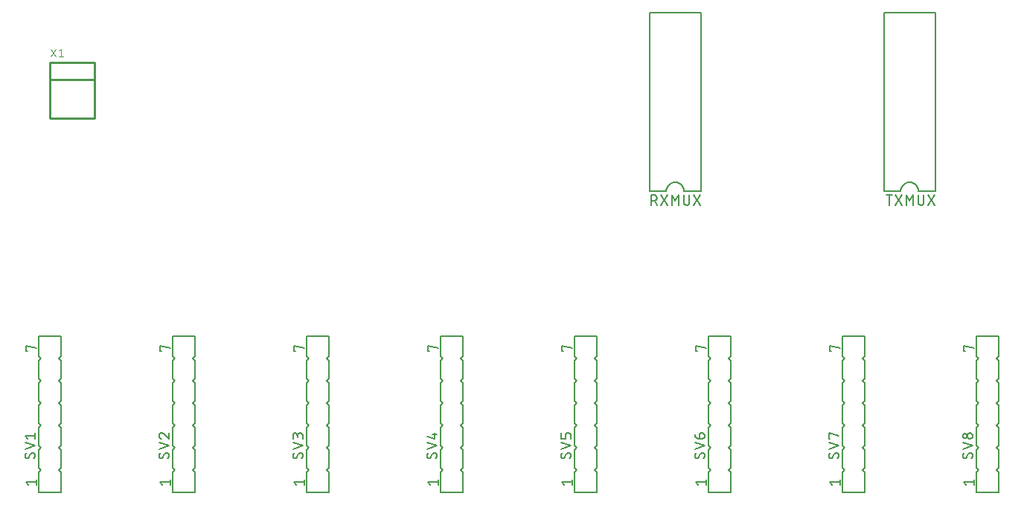
<source format=gbr>
G04 EAGLE Gerber X2 export*
%TF.Part,Single*%
%TF.FileFunction,Legend,Top,1*%
%TF.FilePolarity,Positive*%
%TF.GenerationSoftware,Autodesk,EAGLE,8.7.0*%
%TF.CreationDate,2018-05-24T18:28:41Z*%
G75*
%MOMM*%
%FSLAX34Y34*%
%LPD*%
%AMOC8*
5,1,8,0,0,1.08239X$1,22.5*%
G01*
%ADD10C,0.152400*%
%ADD11C,0.127000*%
%ADD12C,0.254000*%
%ADD13C,0.101600*%


D10*
X1177290Y546100D02*
X1177290Y342900D01*
X1235710Y342900D02*
X1235710Y546100D01*
X1177290Y546100D01*
X1177290Y342900D02*
X1196340Y342900D01*
X1216660Y342900D02*
X1235710Y342900D01*
X1216660Y342900D02*
X1216657Y343147D01*
X1216648Y343395D01*
X1216633Y343642D01*
X1216612Y343888D01*
X1216585Y344134D01*
X1216552Y344379D01*
X1216513Y344624D01*
X1216468Y344867D01*
X1216417Y345109D01*
X1216360Y345350D01*
X1216298Y345589D01*
X1216229Y345827D01*
X1216155Y346063D01*
X1216075Y346297D01*
X1215990Y346529D01*
X1215898Y346759D01*
X1215802Y346987D01*
X1215699Y347212D01*
X1215592Y347435D01*
X1215478Y347655D01*
X1215360Y347872D01*
X1215236Y348087D01*
X1215107Y348298D01*
X1214973Y348506D01*
X1214834Y348711D01*
X1214690Y348912D01*
X1214542Y349110D01*
X1214388Y349304D01*
X1214230Y349494D01*
X1214067Y349680D01*
X1213900Y349862D01*
X1213728Y350040D01*
X1213552Y350214D01*
X1213372Y350384D01*
X1213187Y350549D01*
X1212999Y350709D01*
X1212807Y350865D01*
X1212611Y351017D01*
X1212412Y351163D01*
X1212209Y351305D01*
X1212002Y351441D01*
X1211793Y351573D01*
X1211580Y351699D01*
X1211364Y351820D01*
X1211146Y351936D01*
X1210924Y352046D01*
X1210700Y352151D01*
X1210474Y352251D01*
X1210245Y352345D01*
X1210014Y352433D01*
X1209780Y352516D01*
X1209545Y352593D01*
X1209308Y352664D01*
X1209070Y352730D01*
X1208830Y352789D01*
X1208588Y352843D01*
X1208345Y352891D01*
X1208102Y352933D01*
X1207857Y352969D01*
X1207611Y352999D01*
X1207365Y353023D01*
X1207118Y353041D01*
X1206871Y353053D01*
X1206624Y353059D01*
X1206376Y353059D01*
X1206129Y353053D01*
X1205882Y353041D01*
X1205635Y353023D01*
X1205389Y352999D01*
X1205143Y352969D01*
X1204898Y352933D01*
X1204655Y352891D01*
X1204412Y352843D01*
X1204170Y352789D01*
X1203930Y352730D01*
X1203692Y352664D01*
X1203455Y352593D01*
X1203220Y352516D01*
X1202986Y352433D01*
X1202755Y352345D01*
X1202526Y352251D01*
X1202300Y352151D01*
X1202076Y352046D01*
X1201854Y351936D01*
X1201636Y351820D01*
X1201420Y351699D01*
X1201207Y351573D01*
X1200998Y351441D01*
X1200791Y351305D01*
X1200588Y351163D01*
X1200389Y351017D01*
X1200193Y350865D01*
X1200001Y350709D01*
X1199813Y350549D01*
X1199628Y350384D01*
X1199448Y350214D01*
X1199272Y350040D01*
X1199100Y349862D01*
X1198933Y349680D01*
X1198770Y349494D01*
X1198612Y349304D01*
X1198458Y349110D01*
X1198310Y348912D01*
X1198166Y348711D01*
X1198027Y348506D01*
X1197893Y348298D01*
X1197764Y348087D01*
X1197640Y347872D01*
X1197522Y347655D01*
X1197408Y347435D01*
X1197301Y347212D01*
X1197198Y346987D01*
X1197102Y346759D01*
X1197010Y346529D01*
X1196925Y346297D01*
X1196845Y346063D01*
X1196771Y345827D01*
X1196702Y345589D01*
X1196640Y345350D01*
X1196583Y345109D01*
X1196532Y344867D01*
X1196487Y344624D01*
X1196448Y344379D01*
X1196415Y344134D01*
X1196388Y343888D01*
X1196367Y343642D01*
X1196352Y343395D01*
X1196343Y343147D01*
X1196340Y342900D01*
D11*
X1179405Y338455D02*
X1179405Y327025D01*
X1179405Y338455D02*
X1182580Y338455D01*
X1182691Y338453D01*
X1182801Y338447D01*
X1182912Y338438D01*
X1183022Y338424D01*
X1183131Y338407D01*
X1183240Y338386D01*
X1183348Y338361D01*
X1183455Y338332D01*
X1183561Y338300D01*
X1183666Y338264D01*
X1183769Y338224D01*
X1183871Y338181D01*
X1183972Y338134D01*
X1184071Y338083D01*
X1184168Y338030D01*
X1184262Y337973D01*
X1184355Y337912D01*
X1184446Y337849D01*
X1184535Y337782D01*
X1184621Y337712D01*
X1184704Y337639D01*
X1184786Y337564D01*
X1184864Y337486D01*
X1184939Y337404D01*
X1185012Y337321D01*
X1185082Y337235D01*
X1185149Y337146D01*
X1185212Y337055D01*
X1185273Y336962D01*
X1185330Y336867D01*
X1185383Y336771D01*
X1185434Y336672D01*
X1185481Y336571D01*
X1185524Y336469D01*
X1185564Y336366D01*
X1185600Y336261D01*
X1185632Y336155D01*
X1185661Y336048D01*
X1185686Y335940D01*
X1185707Y335831D01*
X1185724Y335722D01*
X1185738Y335612D01*
X1185747Y335501D01*
X1185753Y335391D01*
X1185755Y335280D01*
X1185753Y335169D01*
X1185747Y335059D01*
X1185738Y334948D01*
X1185724Y334838D01*
X1185707Y334729D01*
X1185686Y334620D01*
X1185661Y334512D01*
X1185632Y334405D01*
X1185600Y334299D01*
X1185564Y334194D01*
X1185524Y334091D01*
X1185481Y333989D01*
X1185434Y333888D01*
X1185383Y333789D01*
X1185330Y333692D01*
X1185273Y333598D01*
X1185212Y333505D01*
X1185149Y333414D01*
X1185082Y333325D01*
X1185012Y333239D01*
X1184939Y333156D01*
X1184864Y333074D01*
X1184786Y332996D01*
X1184704Y332921D01*
X1184621Y332848D01*
X1184535Y332778D01*
X1184446Y332711D01*
X1184355Y332648D01*
X1184262Y332587D01*
X1184168Y332530D01*
X1184071Y332477D01*
X1183972Y332426D01*
X1183871Y332379D01*
X1183769Y332336D01*
X1183666Y332296D01*
X1183561Y332260D01*
X1183455Y332228D01*
X1183348Y332199D01*
X1183240Y332174D01*
X1183131Y332153D01*
X1183022Y332136D01*
X1182912Y332122D01*
X1182801Y332113D01*
X1182691Y332107D01*
X1182580Y332105D01*
X1179405Y332105D01*
X1183215Y332105D02*
X1185755Y327025D01*
X1190117Y327025D02*
X1197737Y338455D01*
X1190117Y338455D02*
X1197737Y327025D01*
X1202690Y327025D02*
X1202690Y338455D01*
X1206500Y332105D01*
X1210310Y338455D01*
X1210310Y327025D01*
X1216279Y330200D02*
X1216279Y338455D01*
X1216279Y330200D02*
X1216281Y330089D01*
X1216287Y329979D01*
X1216296Y329868D01*
X1216310Y329758D01*
X1216327Y329649D01*
X1216348Y329540D01*
X1216373Y329432D01*
X1216402Y329325D01*
X1216434Y329219D01*
X1216470Y329114D01*
X1216510Y329011D01*
X1216553Y328909D01*
X1216600Y328808D01*
X1216651Y328709D01*
X1216704Y328613D01*
X1216761Y328518D01*
X1216822Y328425D01*
X1216885Y328334D01*
X1216952Y328245D01*
X1217022Y328159D01*
X1217095Y328076D01*
X1217170Y327994D01*
X1217248Y327916D01*
X1217330Y327841D01*
X1217413Y327768D01*
X1217499Y327698D01*
X1217588Y327631D01*
X1217679Y327568D01*
X1217772Y327507D01*
X1217867Y327450D01*
X1217963Y327397D01*
X1218062Y327346D01*
X1218163Y327299D01*
X1218265Y327256D01*
X1218368Y327216D01*
X1218473Y327180D01*
X1218579Y327148D01*
X1218686Y327119D01*
X1218794Y327094D01*
X1218903Y327073D01*
X1219012Y327056D01*
X1219122Y327042D01*
X1219233Y327033D01*
X1219343Y327027D01*
X1219454Y327025D01*
X1219565Y327027D01*
X1219675Y327033D01*
X1219786Y327042D01*
X1219896Y327056D01*
X1220005Y327073D01*
X1220114Y327094D01*
X1220222Y327119D01*
X1220329Y327148D01*
X1220435Y327180D01*
X1220540Y327216D01*
X1220643Y327256D01*
X1220745Y327299D01*
X1220846Y327346D01*
X1220945Y327397D01*
X1221042Y327450D01*
X1221136Y327507D01*
X1221229Y327568D01*
X1221320Y327631D01*
X1221409Y327698D01*
X1221495Y327768D01*
X1221578Y327841D01*
X1221660Y327916D01*
X1221738Y327994D01*
X1221813Y328076D01*
X1221886Y328159D01*
X1221956Y328245D01*
X1222023Y328334D01*
X1222086Y328425D01*
X1222147Y328518D01*
X1222204Y328612D01*
X1222257Y328709D01*
X1222308Y328808D01*
X1222355Y328909D01*
X1222398Y329011D01*
X1222438Y329114D01*
X1222474Y329219D01*
X1222506Y329325D01*
X1222535Y329432D01*
X1222560Y329540D01*
X1222581Y329649D01*
X1222598Y329758D01*
X1222612Y329868D01*
X1222621Y329979D01*
X1222627Y330089D01*
X1222629Y330200D01*
X1222629Y338455D01*
X1227455Y327025D02*
X1235075Y338455D01*
X1227455Y338455D02*
X1235075Y327025D01*
D10*
X508000Y0D02*
X482600Y0D01*
X508000Y0D02*
X508000Y22860D01*
X505460Y25400D01*
X508000Y27940D01*
X508000Y48260D01*
X505460Y50800D01*
X508000Y53340D01*
X508000Y73660D01*
X505460Y76200D01*
X508000Y78740D01*
X508000Y99060D01*
X505460Y101600D01*
X508000Y104140D01*
X508000Y177800D02*
X482600Y177800D01*
X482600Y104140D02*
X485140Y101600D01*
X482600Y99060D01*
X482600Y78740D01*
X485140Y76200D01*
X482600Y73660D01*
X482600Y53340D01*
X485140Y50800D01*
X482600Y48260D01*
X482600Y27940D01*
X485140Y25400D01*
X482600Y22860D01*
X482600Y0D01*
X508000Y104140D02*
X508000Y124460D01*
X505460Y127000D01*
X508000Y129540D01*
X508000Y149860D01*
X505460Y152400D01*
X508000Y154940D01*
X485140Y152400D02*
X482600Y154940D01*
X485140Y152400D02*
X482600Y149860D01*
X482600Y129540D01*
X485140Y127000D01*
X482600Y124460D01*
X482600Y104140D01*
X482600Y154940D02*
X482600Y177800D01*
X508000Y177800D02*
X508000Y154940D01*
D11*
X475615Y45085D02*
X475715Y45083D01*
X475814Y45077D01*
X475914Y45067D01*
X476012Y45054D01*
X476111Y45036D01*
X476208Y45015D01*
X476304Y44990D01*
X476400Y44961D01*
X476494Y44928D01*
X476587Y44892D01*
X476678Y44852D01*
X476768Y44808D01*
X476856Y44761D01*
X476942Y44711D01*
X477026Y44657D01*
X477108Y44600D01*
X477187Y44540D01*
X477265Y44476D01*
X477339Y44410D01*
X477411Y44341D01*
X477480Y44269D01*
X477546Y44195D01*
X477610Y44117D01*
X477670Y44038D01*
X477727Y43956D01*
X477781Y43872D01*
X477831Y43786D01*
X477878Y43698D01*
X477922Y43608D01*
X477962Y43517D01*
X477998Y43424D01*
X478031Y43330D01*
X478060Y43234D01*
X478085Y43138D01*
X478106Y43041D01*
X478124Y42942D01*
X478137Y42844D01*
X478147Y42744D01*
X478153Y42645D01*
X478155Y42545D01*
X478153Y42404D01*
X478148Y42263D01*
X478138Y42122D01*
X478125Y41981D01*
X478109Y41841D01*
X478088Y41701D01*
X478064Y41562D01*
X478036Y41423D01*
X478005Y41286D01*
X477970Y41149D01*
X477932Y41013D01*
X477890Y40878D01*
X477844Y40745D01*
X477795Y40612D01*
X477742Y40481D01*
X477686Y40352D01*
X477627Y40223D01*
X477564Y40097D01*
X477498Y39972D01*
X477429Y39849D01*
X477356Y39728D01*
X477280Y39609D01*
X477201Y39491D01*
X477120Y39376D01*
X477035Y39264D01*
X476947Y39153D01*
X476856Y39045D01*
X476763Y38939D01*
X476666Y38836D01*
X476567Y38735D01*
X469265Y39053D02*
X469165Y39055D01*
X469066Y39061D01*
X468966Y39071D01*
X468868Y39084D01*
X468769Y39102D01*
X468672Y39123D01*
X468576Y39148D01*
X468480Y39177D01*
X468386Y39210D01*
X468293Y39246D01*
X468202Y39286D01*
X468112Y39330D01*
X468024Y39377D01*
X467938Y39427D01*
X467854Y39481D01*
X467772Y39538D01*
X467693Y39598D01*
X467615Y39662D01*
X467541Y39728D01*
X467469Y39797D01*
X467400Y39869D01*
X467334Y39943D01*
X467270Y40021D01*
X467210Y40100D01*
X467153Y40182D01*
X467099Y40266D01*
X467049Y40352D01*
X467002Y40440D01*
X466958Y40530D01*
X466918Y40621D01*
X466882Y40714D01*
X466849Y40808D01*
X466820Y40904D01*
X466795Y41000D01*
X466774Y41097D01*
X466756Y41196D01*
X466743Y41294D01*
X466733Y41394D01*
X466727Y41493D01*
X466725Y41593D01*
X466727Y41726D01*
X466732Y41859D01*
X466742Y41992D01*
X466755Y42125D01*
X466772Y42257D01*
X466792Y42389D01*
X466816Y42520D01*
X466844Y42650D01*
X466875Y42780D01*
X466910Y42908D01*
X466949Y43036D01*
X466991Y43162D01*
X467037Y43287D01*
X467086Y43411D01*
X467138Y43534D01*
X467194Y43655D01*
X467254Y43774D01*
X467316Y43892D01*
X467382Y44007D01*
X467451Y44121D01*
X467524Y44233D01*
X467599Y44343D01*
X467678Y44451D01*
X471488Y40322D02*
X471436Y40238D01*
X471381Y40155D01*
X471322Y40075D01*
X471261Y39997D01*
X471197Y39922D01*
X471129Y39849D01*
X471059Y39778D01*
X470987Y39711D01*
X470912Y39646D01*
X470834Y39584D01*
X470754Y39525D01*
X470672Y39469D01*
X470588Y39417D01*
X470502Y39368D01*
X470414Y39322D01*
X470324Y39279D01*
X470233Y39240D01*
X470140Y39205D01*
X470046Y39173D01*
X469951Y39145D01*
X469855Y39120D01*
X469758Y39100D01*
X469660Y39082D01*
X469562Y39069D01*
X469463Y39060D01*
X469364Y39054D01*
X469265Y39052D01*
X473392Y43815D02*
X473444Y43899D01*
X473499Y43982D01*
X473558Y44062D01*
X473619Y44140D01*
X473683Y44215D01*
X473751Y44288D01*
X473821Y44359D01*
X473893Y44426D01*
X473968Y44491D01*
X474046Y44553D01*
X474126Y44612D01*
X474208Y44668D01*
X474292Y44720D01*
X474378Y44769D01*
X474466Y44815D01*
X474556Y44858D01*
X474647Y44897D01*
X474740Y44932D01*
X474834Y44964D01*
X474929Y44992D01*
X475025Y45017D01*
X475122Y45037D01*
X475220Y45055D01*
X475318Y45068D01*
X475417Y45077D01*
X475516Y45083D01*
X475615Y45085D01*
X473393Y43815D02*
X471488Y40323D01*
X466725Y49149D02*
X478155Y52959D01*
X466725Y56769D01*
X469265Y61214D02*
X466725Y64389D01*
X478155Y64389D01*
X478155Y61214D02*
X478155Y67564D01*
X467995Y11430D02*
X470535Y8255D01*
X467995Y11430D02*
X479425Y11430D01*
X479425Y8255D02*
X479425Y14605D01*
X469265Y160655D02*
X467995Y160655D01*
X467995Y167005D01*
X479425Y163830D01*
D10*
X635000Y0D02*
X660400Y0D01*
X660400Y22860D01*
X657860Y25400D01*
X660400Y27940D01*
X660400Y48260D01*
X657860Y50800D01*
X660400Y53340D01*
X660400Y73660D01*
X657860Y76200D01*
X660400Y78740D01*
X660400Y99060D01*
X657860Y101600D01*
X660400Y104140D01*
X660400Y177800D02*
X635000Y177800D01*
X635000Y104140D02*
X637540Y101600D01*
X635000Y99060D01*
X635000Y78740D01*
X637540Y76200D01*
X635000Y73660D01*
X635000Y53340D01*
X637540Y50800D01*
X635000Y48260D01*
X635000Y27940D01*
X637540Y25400D01*
X635000Y22860D01*
X635000Y0D01*
X660400Y104140D02*
X660400Y124460D01*
X657860Y127000D01*
X660400Y129540D01*
X660400Y149860D01*
X657860Y152400D01*
X660400Y154940D01*
X637540Y152400D02*
X635000Y154940D01*
X637540Y152400D02*
X635000Y149860D01*
X635000Y129540D01*
X637540Y127000D01*
X635000Y124460D01*
X635000Y104140D01*
X635000Y154940D02*
X635000Y177800D01*
X660400Y177800D02*
X660400Y154940D01*
D11*
X628015Y45085D02*
X628115Y45083D01*
X628214Y45077D01*
X628314Y45067D01*
X628412Y45054D01*
X628511Y45036D01*
X628608Y45015D01*
X628704Y44990D01*
X628800Y44961D01*
X628894Y44928D01*
X628987Y44892D01*
X629078Y44852D01*
X629168Y44808D01*
X629256Y44761D01*
X629342Y44711D01*
X629426Y44657D01*
X629508Y44600D01*
X629587Y44540D01*
X629665Y44476D01*
X629739Y44410D01*
X629811Y44341D01*
X629880Y44269D01*
X629946Y44195D01*
X630010Y44117D01*
X630070Y44038D01*
X630127Y43956D01*
X630181Y43872D01*
X630231Y43786D01*
X630278Y43698D01*
X630322Y43608D01*
X630362Y43517D01*
X630398Y43424D01*
X630431Y43330D01*
X630460Y43234D01*
X630485Y43138D01*
X630506Y43041D01*
X630524Y42942D01*
X630537Y42844D01*
X630547Y42744D01*
X630553Y42645D01*
X630555Y42545D01*
X630553Y42404D01*
X630548Y42263D01*
X630538Y42122D01*
X630525Y41981D01*
X630509Y41841D01*
X630488Y41701D01*
X630464Y41562D01*
X630436Y41423D01*
X630405Y41286D01*
X630370Y41149D01*
X630332Y41013D01*
X630290Y40878D01*
X630244Y40745D01*
X630195Y40612D01*
X630142Y40481D01*
X630086Y40352D01*
X630027Y40223D01*
X629964Y40097D01*
X629898Y39972D01*
X629829Y39849D01*
X629756Y39728D01*
X629680Y39609D01*
X629601Y39491D01*
X629520Y39376D01*
X629435Y39264D01*
X629347Y39153D01*
X629256Y39045D01*
X629163Y38939D01*
X629066Y38836D01*
X628967Y38735D01*
X621665Y39053D02*
X621565Y39055D01*
X621466Y39061D01*
X621366Y39071D01*
X621268Y39084D01*
X621169Y39102D01*
X621072Y39123D01*
X620976Y39148D01*
X620880Y39177D01*
X620786Y39210D01*
X620693Y39246D01*
X620602Y39286D01*
X620512Y39330D01*
X620424Y39377D01*
X620338Y39427D01*
X620254Y39481D01*
X620172Y39538D01*
X620093Y39598D01*
X620015Y39662D01*
X619941Y39728D01*
X619869Y39797D01*
X619800Y39869D01*
X619734Y39943D01*
X619670Y40021D01*
X619610Y40100D01*
X619553Y40182D01*
X619499Y40266D01*
X619449Y40352D01*
X619402Y40440D01*
X619358Y40530D01*
X619318Y40621D01*
X619282Y40714D01*
X619249Y40808D01*
X619220Y40904D01*
X619195Y41000D01*
X619174Y41097D01*
X619156Y41196D01*
X619143Y41294D01*
X619133Y41394D01*
X619127Y41493D01*
X619125Y41593D01*
X619127Y41726D01*
X619132Y41859D01*
X619142Y41992D01*
X619155Y42125D01*
X619172Y42257D01*
X619192Y42389D01*
X619216Y42520D01*
X619244Y42650D01*
X619275Y42780D01*
X619310Y42908D01*
X619349Y43036D01*
X619391Y43162D01*
X619437Y43287D01*
X619486Y43411D01*
X619538Y43534D01*
X619594Y43655D01*
X619654Y43774D01*
X619716Y43892D01*
X619782Y44007D01*
X619851Y44121D01*
X619924Y44233D01*
X619999Y44343D01*
X620078Y44451D01*
X623888Y40322D02*
X623836Y40238D01*
X623781Y40155D01*
X623722Y40075D01*
X623661Y39997D01*
X623597Y39922D01*
X623529Y39849D01*
X623459Y39778D01*
X623387Y39711D01*
X623312Y39646D01*
X623234Y39584D01*
X623154Y39525D01*
X623072Y39469D01*
X622988Y39417D01*
X622902Y39368D01*
X622814Y39322D01*
X622724Y39279D01*
X622633Y39240D01*
X622540Y39205D01*
X622446Y39173D01*
X622351Y39145D01*
X622255Y39120D01*
X622158Y39100D01*
X622060Y39082D01*
X621962Y39069D01*
X621863Y39060D01*
X621764Y39054D01*
X621665Y39052D01*
X625792Y43815D02*
X625844Y43899D01*
X625899Y43982D01*
X625958Y44062D01*
X626019Y44140D01*
X626083Y44215D01*
X626151Y44288D01*
X626221Y44359D01*
X626293Y44426D01*
X626368Y44491D01*
X626446Y44553D01*
X626526Y44612D01*
X626608Y44668D01*
X626692Y44720D01*
X626778Y44769D01*
X626866Y44815D01*
X626956Y44858D01*
X627047Y44897D01*
X627140Y44932D01*
X627234Y44964D01*
X627329Y44992D01*
X627425Y45017D01*
X627522Y45037D01*
X627620Y45055D01*
X627718Y45068D01*
X627817Y45077D01*
X627916Y45083D01*
X628015Y45085D01*
X625793Y43815D02*
X623888Y40323D01*
X619125Y49149D02*
X630555Y52959D01*
X619125Y56769D01*
X619125Y64707D02*
X619127Y64811D01*
X619133Y64916D01*
X619142Y65020D01*
X619155Y65123D01*
X619173Y65226D01*
X619193Y65328D01*
X619218Y65430D01*
X619246Y65530D01*
X619278Y65630D01*
X619314Y65728D01*
X619353Y65825D01*
X619395Y65920D01*
X619441Y66014D01*
X619491Y66106D01*
X619543Y66196D01*
X619599Y66284D01*
X619659Y66370D01*
X619721Y66454D01*
X619786Y66535D01*
X619854Y66614D01*
X619926Y66691D01*
X619999Y66764D01*
X620076Y66836D01*
X620155Y66904D01*
X620236Y66969D01*
X620320Y67031D01*
X620406Y67091D01*
X620494Y67147D01*
X620584Y67199D01*
X620676Y67249D01*
X620770Y67295D01*
X620865Y67337D01*
X620962Y67376D01*
X621060Y67412D01*
X621160Y67444D01*
X621260Y67472D01*
X621362Y67497D01*
X621464Y67517D01*
X621567Y67535D01*
X621670Y67548D01*
X621774Y67557D01*
X621879Y67563D01*
X621983Y67565D01*
X619125Y64707D02*
X619127Y64589D01*
X619133Y64470D01*
X619142Y64352D01*
X619155Y64235D01*
X619173Y64118D01*
X619193Y64001D01*
X619218Y63885D01*
X619246Y63770D01*
X619279Y63657D01*
X619314Y63544D01*
X619354Y63432D01*
X619396Y63322D01*
X619443Y63213D01*
X619493Y63105D01*
X619546Y63000D01*
X619603Y62896D01*
X619663Y62794D01*
X619726Y62694D01*
X619793Y62596D01*
X619862Y62500D01*
X619935Y62407D01*
X620011Y62316D01*
X620089Y62227D01*
X620171Y62141D01*
X620255Y62058D01*
X620341Y61977D01*
X620431Y61900D01*
X620522Y61825D01*
X620616Y61753D01*
X620713Y61684D01*
X620811Y61619D01*
X620912Y61556D01*
X621015Y61497D01*
X621119Y61441D01*
X621225Y61389D01*
X621333Y61340D01*
X621442Y61295D01*
X621553Y61253D01*
X621665Y61215D01*
X624205Y66612D02*
X624130Y66688D01*
X624051Y66763D01*
X623970Y66834D01*
X623886Y66903D01*
X623800Y66968D01*
X623712Y67030D01*
X623622Y67090D01*
X623530Y67146D01*
X623435Y67199D01*
X623339Y67248D01*
X623241Y67294D01*
X623142Y67337D01*
X623041Y67376D01*
X622939Y67411D01*
X622836Y67443D01*
X622732Y67471D01*
X622627Y67496D01*
X622520Y67517D01*
X622414Y67534D01*
X622307Y67547D01*
X622199Y67556D01*
X622091Y67562D01*
X621983Y67564D01*
X624205Y66612D02*
X630555Y61214D01*
X630555Y67564D01*
X620395Y11430D02*
X622935Y8255D01*
X620395Y11430D02*
X631825Y11430D01*
X631825Y8255D02*
X631825Y14605D01*
X621665Y160655D02*
X620395Y160655D01*
X620395Y167005D01*
X631825Y163830D01*
D10*
X787400Y0D02*
X812800Y0D01*
X812800Y22860D01*
X810260Y25400D01*
X812800Y27940D01*
X812800Y48260D01*
X810260Y50800D01*
X812800Y53340D01*
X812800Y73660D01*
X810260Y76200D01*
X812800Y78740D01*
X812800Y99060D01*
X810260Y101600D01*
X812800Y104140D01*
X812800Y177800D02*
X787400Y177800D01*
X787400Y104140D02*
X789940Y101600D01*
X787400Y99060D01*
X787400Y78740D01*
X789940Y76200D01*
X787400Y73660D01*
X787400Y53340D01*
X789940Y50800D01*
X787400Y48260D01*
X787400Y27940D01*
X789940Y25400D01*
X787400Y22860D01*
X787400Y0D01*
X812800Y104140D02*
X812800Y124460D01*
X810260Y127000D01*
X812800Y129540D01*
X812800Y149860D01*
X810260Y152400D01*
X812800Y154940D01*
X789940Y152400D02*
X787400Y154940D01*
X789940Y152400D02*
X787400Y149860D01*
X787400Y129540D01*
X789940Y127000D01*
X787400Y124460D01*
X787400Y104140D01*
X787400Y154940D02*
X787400Y177800D01*
X812800Y177800D02*
X812800Y154940D01*
D11*
X780415Y45085D02*
X780515Y45083D01*
X780614Y45077D01*
X780714Y45067D01*
X780812Y45054D01*
X780911Y45036D01*
X781008Y45015D01*
X781104Y44990D01*
X781200Y44961D01*
X781294Y44928D01*
X781387Y44892D01*
X781478Y44852D01*
X781568Y44808D01*
X781656Y44761D01*
X781742Y44711D01*
X781826Y44657D01*
X781908Y44600D01*
X781987Y44540D01*
X782065Y44476D01*
X782139Y44410D01*
X782211Y44341D01*
X782280Y44269D01*
X782346Y44195D01*
X782410Y44117D01*
X782470Y44038D01*
X782527Y43956D01*
X782581Y43872D01*
X782631Y43786D01*
X782678Y43698D01*
X782722Y43608D01*
X782762Y43517D01*
X782798Y43424D01*
X782831Y43330D01*
X782860Y43234D01*
X782885Y43138D01*
X782906Y43041D01*
X782924Y42942D01*
X782937Y42844D01*
X782947Y42744D01*
X782953Y42645D01*
X782955Y42545D01*
X782953Y42404D01*
X782948Y42263D01*
X782938Y42122D01*
X782925Y41981D01*
X782909Y41841D01*
X782888Y41701D01*
X782864Y41562D01*
X782836Y41423D01*
X782805Y41286D01*
X782770Y41149D01*
X782732Y41013D01*
X782690Y40878D01*
X782644Y40745D01*
X782595Y40612D01*
X782542Y40481D01*
X782486Y40352D01*
X782427Y40223D01*
X782364Y40097D01*
X782298Y39972D01*
X782229Y39849D01*
X782156Y39728D01*
X782080Y39609D01*
X782001Y39491D01*
X781920Y39376D01*
X781835Y39264D01*
X781747Y39153D01*
X781656Y39045D01*
X781563Y38939D01*
X781466Y38836D01*
X781367Y38735D01*
X774065Y39053D02*
X773965Y39055D01*
X773866Y39061D01*
X773766Y39071D01*
X773668Y39084D01*
X773569Y39102D01*
X773472Y39123D01*
X773376Y39148D01*
X773280Y39177D01*
X773186Y39210D01*
X773093Y39246D01*
X773002Y39286D01*
X772912Y39330D01*
X772824Y39377D01*
X772738Y39427D01*
X772654Y39481D01*
X772572Y39538D01*
X772493Y39598D01*
X772415Y39662D01*
X772341Y39728D01*
X772269Y39797D01*
X772200Y39869D01*
X772134Y39943D01*
X772070Y40021D01*
X772010Y40100D01*
X771953Y40182D01*
X771899Y40266D01*
X771849Y40352D01*
X771802Y40440D01*
X771758Y40530D01*
X771718Y40621D01*
X771682Y40714D01*
X771649Y40808D01*
X771620Y40904D01*
X771595Y41000D01*
X771574Y41097D01*
X771556Y41196D01*
X771543Y41294D01*
X771533Y41394D01*
X771527Y41493D01*
X771525Y41593D01*
X771527Y41726D01*
X771532Y41859D01*
X771542Y41992D01*
X771555Y42125D01*
X771572Y42257D01*
X771592Y42389D01*
X771616Y42520D01*
X771644Y42650D01*
X771675Y42780D01*
X771710Y42908D01*
X771749Y43036D01*
X771791Y43162D01*
X771837Y43287D01*
X771886Y43411D01*
X771938Y43534D01*
X771994Y43655D01*
X772054Y43774D01*
X772116Y43892D01*
X772182Y44007D01*
X772251Y44121D01*
X772324Y44233D01*
X772399Y44343D01*
X772478Y44451D01*
X776288Y40322D02*
X776236Y40238D01*
X776181Y40155D01*
X776122Y40075D01*
X776061Y39997D01*
X775997Y39922D01*
X775929Y39849D01*
X775859Y39778D01*
X775787Y39711D01*
X775712Y39646D01*
X775634Y39584D01*
X775554Y39525D01*
X775472Y39469D01*
X775388Y39417D01*
X775302Y39368D01*
X775214Y39322D01*
X775124Y39279D01*
X775033Y39240D01*
X774940Y39205D01*
X774846Y39173D01*
X774751Y39145D01*
X774655Y39120D01*
X774558Y39100D01*
X774460Y39082D01*
X774362Y39069D01*
X774263Y39060D01*
X774164Y39054D01*
X774065Y39052D01*
X778192Y43815D02*
X778244Y43899D01*
X778299Y43982D01*
X778358Y44062D01*
X778419Y44140D01*
X778483Y44215D01*
X778551Y44288D01*
X778621Y44359D01*
X778693Y44426D01*
X778768Y44491D01*
X778846Y44553D01*
X778926Y44612D01*
X779008Y44668D01*
X779092Y44720D01*
X779178Y44769D01*
X779266Y44815D01*
X779356Y44858D01*
X779447Y44897D01*
X779540Y44932D01*
X779634Y44964D01*
X779729Y44992D01*
X779825Y45017D01*
X779922Y45037D01*
X780020Y45055D01*
X780118Y45068D01*
X780217Y45077D01*
X780316Y45083D01*
X780415Y45085D01*
X778193Y43815D02*
X776288Y40323D01*
X771525Y49149D02*
X782955Y52959D01*
X771525Y56769D01*
X782955Y61214D02*
X782955Y64389D01*
X782953Y64500D01*
X782947Y64610D01*
X782938Y64721D01*
X782924Y64831D01*
X782907Y64940D01*
X782886Y65049D01*
X782861Y65157D01*
X782832Y65264D01*
X782800Y65370D01*
X782764Y65475D01*
X782724Y65578D01*
X782681Y65680D01*
X782634Y65781D01*
X782583Y65880D01*
X782530Y65977D01*
X782473Y66071D01*
X782412Y66164D01*
X782349Y66255D01*
X782282Y66344D01*
X782212Y66430D01*
X782139Y66513D01*
X782064Y66595D01*
X781986Y66673D01*
X781904Y66748D01*
X781821Y66821D01*
X781735Y66891D01*
X781646Y66958D01*
X781555Y67021D01*
X781462Y67082D01*
X781368Y67139D01*
X781271Y67192D01*
X781172Y67243D01*
X781071Y67290D01*
X780969Y67333D01*
X780866Y67373D01*
X780761Y67409D01*
X780655Y67441D01*
X780548Y67470D01*
X780440Y67495D01*
X780331Y67516D01*
X780222Y67533D01*
X780112Y67547D01*
X780001Y67556D01*
X779891Y67562D01*
X779780Y67564D01*
X779669Y67562D01*
X779559Y67556D01*
X779448Y67547D01*
X779338Y67533D01*
X779229Y67516D01*
X779120Y67495D01*
X779012Y67470D01*
X778905Y67441D01*
X778799Y67409D01*
X778694Y67373D01*
X778591Y67333D01*
X778489Y67290D01*
X778388Y67243D01*
X778289Y67192D01*
X778193Y67139D01*
X778098Y67082D01*
X778005Y67021D01*
X777914Y66958D01*
X777825Y66891D01*
X777739Y66821D01*
X777656Y66748D01*
X777574Y66673D01*
X777496Y66595D01*
X777421Y66513D01*
X777348Y66430D01*
X777278Y66344D01*
X777211Y66255D01*
X777148Y66164D01*
X777087Y66071D01*
X777030Y65976D01*
X776977Y65880D01*
X776926Y65781D01*
X776879Y65680D01*
X776836Y65578D01*
X776796Y65475D01*
X776760Y65370D01*
X776728Y65264D01*
X776699Y65157D01*
X776674Y65049D01*
X776653Y64940D01*
X776636Y64831D01*
X776622Y64721D01*
X776613Y64610D01*
X776607Y64500D01*
X776605Y64389D01*
X771525Y65024D02*
X771525Y61214D01*
X771525Y65024D02*
X771527Y65124D01*
X771533Y65223D01*
X771543Y65323D01*
X771556Y65421D01*
X771574Y65520D01*
X771595Y65617D01*
X771620Y65713D01*
X771649Y65809D01*
X771682Y65903D01*
X771718Y65996D01*
X771758Y66087D01*
X771802Y66177D01*
X771849Y66265D01*
X771899Y66351D01*
X771953Y66435D01*
X772010Y66517D01*
X772070Y66596D01*
X772134Y66674D01*
X772200Y66748D01*
X772269Y66820D01*
X772341Y66889D01*
X772415Y66955D01*
X772493Y67019D01*
X772572Y67079D01*
X772654Y67136D01*
X772738Y67190D01*
X772824Y67240D01*
X772912Y67287D01*
X773002Y67331D01*
X773093Y67371D01*
X773186Y67407D01*
X773280Y67440D01*
X773376Y67469D01*
X773472Y67494D01*
X773569Y67515D01*
X773668Y67533D01*
X773766Y67546D01*
X773866Y67556D01*
X773965Y67562D01*
X774065Y67564D01*
X774165Y67562D01*
X774264Y67556D01*
X774364Y67546D01*
X774462Y67533D01*
X774561Y67515D01*
X774658Y67494D01*
X774754Y67469D01*
X774850Y67440D01*
X774944Y67407D01*
X775037Y67371D01*
X775128Y67331D01*
X775218Y67287D01*
X775306Y67240D01*
X775392Y67190D01*
X775476Y67136D01*
X775558Y67079D01*
X775637Y67019D01*
X775715Y66955D01*
X775789Y66889D01*
X775861Y66820D01*
X775930Y66748D01*
X775996Y66674D01*
X776060Y66596D01*
X776120Y66517D01*
X776177Y66435D01*
X776231Y66351D01*
X776281Y66265D01*
X776328Y66177D01*
X776372Y66087D01*
X776412Y65996D01*
X776448Y65903D01*
X776481Y65809D01*
X776510Y65713D01*
X776535Y65617D01*
X776556Y65520D01*
X776574Y65421D01*
X776587Y65323D01*
X776597Y65223D01*
X776603Y65124D01*
X776605Y65024D01*
X776605Y62484D01*
X772795Y11430D02*
X775335Y8255D01*
X772795Y11430D02*
X784225Y11430D01*
X784225Y8255D02*
X784225Y14605D01*
X774065Y160655D02*
X772795Y160655D01*
X772795Y167005D01*
X784225Y163830D01*
D10*
X939800Y0D02*
X965200Y0D01*
X965200Y22860D01*
X962660Y25400D01*
X965200Y27940D01*
X965200Y48260D01*
X962660Y50800D01*
X965200Y53340D01*
X965200Y73660D01*
X962660Y76200D01*
X965200Y78740D01*
X965200Y99060D01*
X962660Y101600D01*
X965200Y104140D01*
X965200Y177800D02*
X939800Y177800D01*
X939800Y104140D02*
X942340Y101600D01*
X939800Y99060D01*
X939800Y78740D01*
X942340Y76200D01*
X939800Y73660D01*
X939800Y53340D01*
X942340Y50800D01*
X939800Y48260D01*
X939800Y27940D01*
X942340Y25400D01*
X939800Y22860D01*
X939800Y0D01*
X965200Y104140D02*
X965200Y124460D01*
X962660Y127000D01*
X965200Y129540D01*
X965200Y149860D01*
X962660Y152400D01*
X965200Y154940D01*
X942340Y152400D02*
X939800Y154940D01*
X942340Y152400D02*
X939800Y149860D01*
X939800Y129540D01*
X942340Y127000D01*
X939800Y124460D01*
X939800Y104140D01*
X939800Y154940D02*
X939800Y177800D01*
X965200Y177800D02*
X965200Y154940D01*
D11*
X932815Y45085D02*
X932915Y45083D01*
X933014Y45077D01*
X933114Y45067D01*
X933212Y45054D01*
X933311Y45036D01*
X933408Y45015D01*
X933504Y44990D01*
X933600Y44961D01*
X933694Y44928D01*
X933787Y44892D01*
X933878Y44852D01*
X933968Y44808D01*
X934056Y44761D01*
X934142Y44711D01*
X934226Y44657D01*
X934308Y44600D01*
X934387Y44540D01*
X934465Y44476D01*
X934539Y44410D01*
X934611Y44341D01*
X934680Y44269D01*
X934746Y44195D01*
X934810Y44117D01*
X934870Y44038D01*
X934927Y43956D01*
X934981Y43872D01*
X935031Y43786D01*
X935078Y43698D01*
X935122Y43608D01*
X935162Y43517D01*
X935198Y43424D01*
X935231Y43330D01*
X935260Y43234D01*
X935285Y43138D01*
X935306Y43041D01*
X935324Y42942D01*
X935337Y42844D01*
X935347Y42744D01*
X935353Y42645D01*
X935355Y42545D01*
X935353Y42404D01*
X935348Y42263D01*
X935338Y42122D01*
X935325Y41981D01*
X935309Y41841D01*
X935288Y41701D01*
X935264Y41562D01*
X935236Y41423D01*
X935205Y41286D01*
X935170Y41149D01*
X935132Y41013D01*
X935090Y40878D01*
X935044Y40745D01*
X934995Y40612D01*
X934942Y40481D01*
X934886Y40352D01*
X934827Y40223D01*
X934764Y40097D01*
X934698Y39972D01*
X934629Y39849D01*
X934556Y39728D01*
X934480Y39609D01*
X934401Y39491D01*
X934320Y39376D01*
X934235Y39264D01*
X934147Y39153D01*
X934056Y39045D01*
X933963Y38939D01*
X933866Y38836D01*
X933767Y38735D01*
X926465Y39053D02*
X926365Y39055D01*
X926266Y39061D01*
X926166Y39071D01*
X926068Y39084D01*
X925969Y39102D01*
X925872Y39123D01*
X925776Y39148D01*
X925680Y39177D01*
X925586Y39210D01*
X925493Y39246D01*
X925402Y39286D01*
X925312Y39330D01*
X925224Y39377D01*
X925138Y39427D01*
X925054Y39481D01*
X924972Y39538D01*
X924893Y39598D01*
X924815Y39662D01*
X924741Y39728D01*
X924669Y39797D01*
X924600Y39869D01*
X924534Y39943D01*
X924470Y40021D01*
X924410Y40100D01*
X924353Y40182D01*
X924299Y40266D01*
X924249Y40352D01*
X924202Y40440D01*
X924158Y40530D01*
X924118Y40621D01*
X924082Y40714D01*
X924049Y40808D01*
X924020Y40904D01*
X923995Y41000D01*
X923974Y41097D01*
X923956Y41196D01*
X923943Y41294D01*
X923933Y41394D01*
X923927Y41493D01*
X923925Y41593D01*
X923927Y41726D01*
X923932Y41859D01*
X923942Y41992D01*
X923955Y42125D01*
X923972Y42257D01*
X923992Y42389D01*
X924016Y42520D01*
X924044Y42650D01*
X924075Y42780D01*
X924110Y42908D01*
X924149Y43036D01*
X924191Y43162D01*
X924237Y43287D01*
X924286Y43411D01*
X924338Y43534D01*
X924394Y43655D01*
X924454Y43774D01*
X924516Y43892D01*
X924582Y44007D01*
X924651Y44121D01*
X924724Y44233D01*
X924799Y44343D01*
X924878Y44451D01*
X928688Y40322D02*
X928636Y40238D01*
X928581Y40155D01*
X928522Y40075D01*
X928461Y39997D01*
X928397Y39922D01*
X928329Y39849D01*
X928259Y39778D01*
X928187Y39711D01*
X928112Y39646D01*
X928034Y39584D01*
X927954Y39525D01*
X927872Y39469D01*
X927788Y39417D01*
X927702Y39368D01*
X927614Y39322D01*
X927524Y39279D01*
X927433Y39240D01*
X927340Y39205D01*
X927246Y39173D01*
X927151Y39145D01*
X927055Y39120D01*
X926958Y39100D01*
X926860Y39082D01*
X926762Y39069D01*
X926663Y39060D01*
X926564Y39054D01*
X926465Y39052D01*
X930592Y43815D02*
X930644Y43899D01*
X930699Y43982D01*
X930758Y44062D01*
X930819Y44140D01*
X930883Y44215D01*
X930951Y44288D01*
X931021Y44359D01*
X931093Y44426D01*
X931168Y44491D01*
X931246Y44553D01*
X931326Y44612D01*
X931408Y44668D01*
X931492Y44720D01*
X931578Y44769D01*
X931666Y44815D01*
X931756Y44858D01*
X931847Y44897D01*
X931940Y44932D01*
X932034Y44964D01*
X932129Y44992D01*
X932225Y45017D01*
X932322Y45037D01*
X932420Y45055D01*
X932518Y45068D01*
X932617Y45077D01*
X932716Y45083D01*
X932815Y45085D01*
X930593Y43815D02*
X928688Y40323D01*
X923925Y49149D02*
X935355Y52959D01*
X923925Y56769D01*
X923925Y63754D02*
X932815Y61214D01*
X932815Y67564D01*
X930275Y65659D02*
X935355Y65659D01*
X925195Y11430D02*
X927735Y8255D01*
X925195Y11430D02*
X936625Y11430D01*
X936625Y8255D02*
X936625Y14605D01*
X926465Y160655D02*
X925195Y160655D01*
X925195Y167005D01*
X936625Y163830D01*
D10*
X1092200Y0D02*
X1117600Y0D01*
X1117600Y22860D01*
X1115060Y25400D01*
X1117600Y27940D01*
X1117600Y48260D01*
X1115060Y50800D01*
X1117600Y53340D01*
X1117600Y73660D01*
X1115060Y76200D01*
X1117600Y78740D01*
X1117600Y99060D01*
X1115060Y101600D01*
X1117600Y104140D01*
X1117600Y177800D02*
X1092200Y177800D01*
X1092200Y104140D02*
X1094740Y101600D01*
X1092200Y99060D01*
X1092200Y78740D01*
X1094740Y76200D01*
X1092200Y73660D01*
X1092200Y53340D01*
X1094740Y50800D01*
X1092200Y48260D01*
X1092200Y27940D01*
X1094740Y25400D01*
X1092200Y22860D01*
X1092200Y0D01*
X1117600Y104140D02*
X1117600Y124460D01*
X1115060Y127000D01*
X1117600Y129540D01*
X1117600Y149860D01*
X1115060Y152400D01*
X1117600Y154940D01*
X1094740Y152400D02*
X1092200Y154940D01*
X1094740Y152400D02*
X1092200Y149860D01*
X1092200Y129540D01*
X1094740Y127000D01*
X1092200Y124460D01*
X1092200Y104140D01*
X1092200Y154940D02*
X1092200Y177800D01*
X1117600Y177800D02*
X1117600Y154940D01*
D11*
X1085215Y45085D02*
X1085315Y45083D01*
X1085414Y45077D01*
X1085514Y45067D01*
X1085612Y45054D01*
X1085711Y45036D01*
X1085808Y45015D01*
X1085904Y44990D01*
X1086000Y44961D01*
X1086094Y44928D01*
X1086187Y44892D01*
X1086278Y44852D01*
X1086368Y44808D01*
X1086456Y44761D01*
X1086542Y44711D01*
X1086626Y44657D01*
X1086708Y44600D01*
X1086787Y44540D01*
X1086865Y44476D01*
X1086939Y44410D01*
X1087011Y44341D01*
X1087080Y44269D01*
X1087146Y44195D01*
X1087210Y44117D01*
X1087270Y44038D01*
X1087327Y43956D01*
X1087381Y43872D01*
X1087431Y43786D01*
X1087478Y43698D01*
X1087522Y43608D01*
X1087562Y43517D01*
X1087598Y43424D01*
X1087631Y43330D01*
X1087660Y43234D01*
X1087685Y43138D01*
X1087706Y43041D01*
X1087724Y42942D01*
X1087737Y42844D01*
X1087747Y42744D01*
X1087753Y42645D01*
X1087755Y42545D01*
X1087753Y42404D01*
X1087748Y42263D01*
X1087738Y42122D01*
X1087725Y41981D01*
X1087709Y41841D01*
X1087688Y41701D01*
X1087664Y41562D01*
X1087636Y41423D01*
X1087605Y41286D01*
X1087570Y41149D01*
X1087532Y41013D01*
X1087490Y40878D01*
X1087444Y40745D01*
X1087395Y40612D01*
X1087342Y40481D01*
X1087286Y40352D01*
X1087227Y40223D01*
X1087164Y40097D01*
X1087098Y39972D01*
X1087029Y39849D01*
X1086956Y39728D01*
X1086880Y39609D01*
X1086801Y39491D01*
X1086720Y39376D01*
X1086635Y39264D01*
X1086547Y39153D01*
X1086456Y39045D01*
X1086363Y38939D01*
X1086266Y38836D01*
X1086167Y38735D01*
X1078865Y39053D02*
X1078765Y39055D01*
X1078666Y39061D01*
X1078566Y39071D01*
X1078468Y39084D01*
X1078369Y39102D01*
X1078272Y39123D01*
X1078176Y39148D01*
X1078080Y39177D01*
X1077986Y39210D01*
X1077893Y39246D01*
X1077802Y39286D01*
X1077712Y39330D01*
X1077624Y39377D01*
X1077538Y39427D01*
X1077454Y39481D01*
X1077372Y39538D01*
X1077293Y39598D01*
X1077215Y39662D01*
X1077141Y39728D01*
X1077069Y39797D01*
X1077000Y39869D01*
X1076934Y39943D01*
X1076870Y40021D01*
X1076810Y40100D01*
X1076753Y40182D01*
X1076699Y40266D01*
X1076649Y40352D01*
X1076602Y40440D01*
X1076558Y40530D01*
X1076518Y40621D01*
X1076482Y40714D01*
X1076449Y40808D01*
X1076420Y40904D01*
X1076395Y41000D01*
X1076374Y41097D01*
X1076356Y41196D01*
X1076343Y41294D01*
X1076333Y41394D01*
X1076327Y41493D01*
X1076325Y41593D01*
X1076327Y41726D01*
X1076332Y41859D01*
X1076342Y41992D01*
X1076355Y42125D01*
X1076372Y42257D01*
X1076392Y42389D01*
X1076416Y42520D01*
X1076444Y42650D01*
X1076475Y42780D01*
X1076510Y42908D01*
X1076549Y43036D01*
X1076591Y43162D01*
X1076637Y43287D01*
X1076686Y43411D01*
X1076738Y43534D01*
X1076794Y43655D01*
X1076854Y43774D01*
X1076916Y43892D01*
X1076982Y44007D01*
X1077051Y44121D01*
X1077124Y44233D01*
X1077199Y44343D01*
X1077278Y44451D01*
X1081088Y40322D02*
X1081036Y40238D01*
X1080981Y40155D01*
X1080922Y40075D01*
X1080861Y39997D01*
X1080797Y39922D01*
X1080729Y39849D01*
X1080659Y39778D01*
X1080587Y39711D01*
X1080512Y39646D01*
X1080434Y39584D01*
X1080354Y39525D01*
X1080272Y39469D01*
X1080188Y39417D01*
X1080102Y39368D01*
X1080014Y39322D01*
X1079924Y39279D01*
X1079833Y39240D01*
X1079740Y39205D01*
X1079646Y39173D01*
X1079551Y39145D01*
X1079455Y39120D01*
X1079358Y39100D01*
X1079260Y39082D01*
X1079162Y39069D01*
X1079063Y39060D01*
X1078964Y39054D01*
X1078865Y39052D01*
X1082992Y43815D02*
X1083044Y43899D01*
X1083099Y43982D01*
X1083158Y44062D01*
X1083219Y44140D01*
X1083283Y44215D01*
X1083351Y44288D01*
X1083421Y44359D01*
X1083493Y44426D01*
X1083568Y44491D01*
X1083646Y44553D01*
X1083726Y44612D01*
X1083808Y44668D01*
X1083892Y44720D01*
X1083978Y44769D01*
X1084066Y44815D01*
X1084156Y44858D01*
X1084247Y44897D01*
X1084340Y44932D01*
X1084434Y44964D01*
X1084529Y44992D01*
X1084625Y45017D01*
X1084722Y45037D01*
X1084820Y45055D01*
X1084918Y45068D01*
X1085017Y45077D01*
X1085116Y45083D01*
X1085215Y45085D01*
X1082993Y43815D02*
X1081088Y40323D01*
X1076325Y49149D02*
X1087755Y52959D01*
X1076325Y56769D01*
X1087755Y61214D02*
X1087755Y65024D01*
X1087753Y65124D01*
X1087747Y65223D01*
X1087737Y65323D01*
X1087724Y65421D01*
X1087706Y65520D01*
X1087685Y65617D01*
X1087660Y65713D01*
X1087631Y65809D01*
X1087598Y65903D01*
X1087562Y65996D01*
X1087522Y66087D01*
X1087478Y66177D01*
X1087431Y66265D01*
X1087381Y66351D01*
X1087327Y66435D01*
X1087270Y66517D01*
X1087210Y66596D01*
X1087146Y66674D01*
X1087080Y66748D01*
X1087011Y66820D01*
X1086939Y66889D01*
X1086865Y66955D01*
X1086787Y67019D01*
X1086708Y67079D01*
X1086626Y67136D01*
X1086542Y67190D01*
X1086456Y67240D01*
X1086368Y67287D01*
X1086278Y67331D01*
X1086187Y67371D01*
X1086094Y67407D01*
X1086000Y67440D01*
X1085904Y67469D01*
X1085808Y67494D01*
X1085711Y67515D01*
X1085612Y67533D01*
X1085514Y67546D01*
X1085414Y67556D01*
X1085315Y67562D01*
X1085215Y67564D01*
X1083945Y67564D01*
X1083845Y67562D01*
X1083746Y67556D01*
X1083646Y67546D01*
X1083548Y67533D01*
X1083449Y67515D01*
X1083352Y67494D01*
X1083256Y67469D01*
X1083160Y67440D01*
X1083066Y67407D01*
X1082973Y67371D01*
X1082882Y67331D01*
X1082792Y67287D01*
X1082704Y67240D01*
X1082618Y67190D01*
X1082534Y67136D01*
X1082452Y67079D01*
X1082373Y67019D01*
X1082295Y66955D01*
X1082221Y66889D01*
X1082149Y66820D01*
X1082080Y66748D01*
X1082014Y66674D01*
X1081950Y66596D01*
X1081890Y66517D01*
X1081833Y66435D01*
X1081779Y66351D01*
X1081729Y66265D01*
X1081682Y66177D01*
X1081638Y66087D01*
X1081598Y65996D01*
X1081562Y65903D01*
X1081529Y65809D01*
X1081500Y65713D01*
X1081475Y65617D01*
X1081454Y65520D01*
X1081436Y65421D01*
X1081423Y65323D01*
X1081413Y65223D01*
X1081407Y65124D01*
X1081405Y65024D01*
X1081405Y61214D01*
X1076325Y61214D01*
X1076325Y67564D01*
X1077595Y11430D02*
X1080135Y8255D01*
X1077595Y11430D02*
X1089025Y11430D01*
X1089025Y8255D02*
X1089025Y14605D01*
X1078865Y160655D02*
X1077595Y160655D01*
X1077595Y167005D01*
X1089025Y163830D01*
D10*
X1244600Y0D02*
X1270000Y0D01*
X1270000Y22860D01*
X1267460Y25400D01*
X1270000Y27940D01*
X1270000Y48260D01*
X1267460Y50800D01*
X1270000Y53340D01*
X1270000Y73660D01*
X1267460Y76200D01*
X1270000Y78740D01*
X1270000Y99060D01*
X1267460Y101600D01*
X1270000Y104140D01*
X1270000Y177800D02*
X1244600Y177800D01*
X1244600Y104140D02*
X1247140Y101600D01*
X1244600Y99060D01*
X1244600Y78740D01*
X1247140Y76200D01*
X1244600Y73660D01*
X1244600Y53340D01*
X1247140Y50800D01*
X1244600Y48260D01*
X1244600Y27940D01*
X1247140Y25400D01*
X1244600Y22860D01*
X1244600Y0D01*
X1270000Y104140D02*
X1270000Y124460D01*
X1267460Y127000D01*
X1270000Y129540D01*
X1270000Y149860D01*
X1267460Y152400D01*
X1270000Y154940D01*
X1247140Y152400D02*
X1244600Y154940D01*
X1247140Y152400D02*
X1244600Y149860D01*
X1244600Y129540D01*
X1247140Y127000D01*
X1244600Y124460D01*
X1244600Y104140D01*
X1244600Y154940D02*
X1244600Y177800D01*
X1270000Y177800D02*
X1270000Y154940D01*
D11*
X1237615Y45085D02*
X1237715Y45083D01*
X1237814Y45077D01*
X1237914Y45067D01*
X1238012Y45054D01*
X1238111Y45036D01*
X1238208Y45015D01*
X1238304Y44990D01*
X1238400Y44961D01*
X1238494Y44928D01*
X1238587Y44892D01*
X1238678Y44852D01*
X1238768Y44808D01*
X1238856Y44761D01*
X1238942Y44711D01*
X1239026Y44657D01*
X1239108Y44600D01*
X1239187Y44540D01*
X1239265Y44476D01*
X1239339Y44410D01*
X1239411Y44341D01*
X1239480Y44269D01*
X1239546Y44195D01*
X1239610Y44117D01*
X1239670Y44038D01*
X1239727Y43956D01*
X1239781Y43872D01*
X1239831Y43786D01*
X1239878Y43698D01*
X1239922Y43608D01*
X1239962Y43517D01*
X1239998Y43424D01*
X1240031Y43330D01*
X1240060Y43234D01*
X1240085Y43138D01*
X1240106Y43041D01*
X1240124Y42942D01*
X1240137Y42844D01*
X1240147Y42744D01*
X1240153Y42645D01*
X1240155Y42545D01*
X1240153Y42404D01*
X1240148Y42263D01*
X1240138Y42122D01*
X1240125Y41981D01*
X1240109Y41841D01*
X1240088Y41701D01*
X1240064Y41562D01*
X1240036Y41423D01*
X1240005Y41286D01*
X1239970Y41149D01*
X1239932Y41013D01*
X1239890Y40878D01*
X1239844Y40745D01*
X1239795Y40612D01*
X1239742Y40481D01*
X1239686Y40352D01*
X1239627Y40223D01*
X1239564Y40097D01*
X1239498Y39972D01*
X1239429Y39849D01*
X1239356Y39728D01*
X1239280Y39609D01*
X1239201Y39491D01*
X1239120Y39376D01*
X1239035Y39264D01*
X1238947Y39153D01*
X1238856Y39045D01*
X1238763Y38939D01*
X1238666Y38836D01*
X1238567Y38735D01*
X1231265Y39053D02*
X1231165Y39055D01*
X1231066Y39061D01*
X1230966Y39071D01*
X1230868Y39084D01*
X1230769Y39102D01*
X1230672Y39123D01*
X1230576Y39148D01*
X1230480Y39177D01*
X1230386Y39210D01*
X1230293Y39246D01*
X1230202Y39286D01*
X1230112Y39330D01*
X1230024Y39377D01*
X1229938Y39427D01*
X1229854Y39481D01*
X1229772Y39538D01*
X1229693Y39598D01*
X1229615Y39662D01*
X1229541Y39728D01*
X1229469Y39797D01*
X1229400Y39869D01*
X1229334Y39943D01*
X1229270Y40021D01*
X1229210Y40100D01*
X1229153Y40182D01*
X1229099Y40266D01*
X1229049Y40352D01*
X1229002Y40440D01*
X1228958Y40530D01*
X1228918Y40621D01*
X1228882Y40714D01*
X1228849Y40808D01*
X1228820Y40904D01*
X1228795Y41000D01*
X1228774Y41097D01*
X1228756Y41196D01*
X1228743Y41294D01*
X1228733Y41394D01*
X1228727Y41493D01*
X1228725Y41593D01*
X1228727Y41726D01*
X1228732Y41859D01*
X1228742Y41992D01*
X1228755Y42125D01*
X1228772Y42257D01*
X1228792Y42389D01*
X1228816Y42520D01*
X1228844Y42650D01*
X1228875Y42780D01*
X1228910Y42908D01*
X1228949Y43036D01*
X1228991Y43162D01*
X1229037Y43287D01*
X1229086Y43411D01*
X1229138Y43534D01*
X1229194Y43655D01*
X1229254Y43774D01*
X1229316Y43892D01*
X1229382Y44007D01*
X1229451Y44121D01*
X1229524Y44233D01*
X1229599Y44343D01*
X1229678Y44451D01*
X1233488Y40322D02*
X1233436Y40238D01*
X1233381Y40155D01*
X1233322Y40075D01*
X1233261Y39997D01*
X1233197Y39922D01*
X1233129Y39849D01*
X1233059Y39778D01*
X1232987Y39711D01*
X1232912Y39646D01*
X1232834Y39584D01*
X1232754Y39525D01*
X1232672Y39469D01*
X1232588Y39417D01*
X1232502Y39368D01*
X1232414Y39322D01*
X1232324Y39279D01*
X1232233Y39240D01*
X1232140Y39205D01*
X1232046Y39173D01*
X1231951Y39145D01*
X1231855Y39120D01*
X1231758Y39100D01*
X1231660Y39082D01*
X1231562Y39069D01*
X1231463Y39060D01*
X1231364Y39054D01*
X1231265Y39052D01*
X1235392Y43815D02*
X1235444Y43899D01*
X1235499Y43982D01*
X1235558Y44062D01*
X1235619Y44140D01*
X1235683Y44215D01*
X1235751Y44288D01*
X1235821Y44359D01*
X1235893Y44426D01*
X1235968Y44491D01*
X1236046Y44553D01*
X1236126Y44612D01*
X1236208Y44668D01*
X1236292Y44720D01*
X1236378Y44769D01*
X1236466Y44815D01*
X1236556Y44858D01*
X1236647Y44897D01*
X1236740Y44932D01*
X1236834Y44964D01*
X1236929Y44992D01*
X1237025Y45017D01*
X1237122Y45037D01*
X1237220Y45055D01*
X1237318Y45068D01*
X1237417Y45077D01*
X1237516Y45083D01*
X1237615Y45085D01*
X1235393Y43815D02*
X1233488Y40323D01*
X1228725Y49149D02*
X1240155Y52959D01*
X1228725Y56769D01*
X1233805Y61214D02*
X1233805Y65024D01*
X1233807Y65124D01*
X1233813Y65223D01*
X1233823Y65323D01*
X1233836Y65421D01*
X1233854Y65520D01*
X1233875Y65617D01*
X1233900Y65713D01*
X1233929Y65809D01*
X1233962Y65903D01*
X1233998Y65996D01*
X1234038Y66087D01*
X1234082Y66177D01*
X1234129Y66265D01*
X1234179Y66351D01*
X1234233Y66435D01*
X1234290Y66517D01*
X1234350Y66596D01*
X1234414Y66674D01*
X1234480Y66748D01*
X1234549Y66820D01*
X1234621Y66889D01*
X1234695Y66955D01*
X1234773Y67019D01*
X1234852Y67079D01*
X1234934Y67136D01*
X1235018Y67190D01*
X1235104Y67240D01*
X1235192Y67287D01*
X1235282Y67331D01*
X1235373Y67371D01*
X1235466Y67407D01*
X1235560Y67440D01*
X1235656Y67469D01*
X1235752Y67494D01*
X1235849Y67515D01*
X1235948Y67533D01*
X1236046Y67546D01*
X1236146Y67556D01*
X1236245Y67562D01*
X1236345Y67564D01*
X1236980Y67564D01*
X1237091Y67562D01*
X1237201Y67556D01*
X1237312Y67547D01*
X1237422Y67533D01*
X1237531Y67516D01*
X1237640Y67495D01*
X1237748Y67470D01*
X1237855Y67441D01*
X1237961Y67409D01*
X1238066Y67373D01*
X1238169Y67333D01*
X1238271Y67290D01*
X1238372Y67243D01*
X1238471Y67192D01*
X1238568Y67139D01*
X1238662Y67082D01*
X1238755Y67021D01*
X1238846Y66958D01*
X1238935Y66891D01*
X1239021Y66821D01*
X1239104Y66748D01*
X1239186Y66673D01*
X1239264Y66595D01*
X1239339Y66513D01*
X1239412Y66430D01*
X1239482Y66344D01*
X1239549Y66255D01*
X1239612Y66164D01*
X1239673Y66071D01*
X1239730Y65976D01*
X1239783Y65880D01*
X1239834Y65781D01*
X1239881Y65680D01*
X1239924Y65578D01*
X1239964Y65475D01*
X1240000Y65370D01*
X1240032Y65264D01*
X1240061Y65157D01*
X1240086Y65049D01*
X1240107Y64940D01*
X1240124Y64831D01*
X1240138Y64721D01*
X1240147Y64610D01*
X1240153Y64500D01*
X1240155Y64389D01*
X1240153Y64278D01*
X1240147Y64168D01*
X1240138Y64057D01*
X1240124Y63947D01*
X1240107Y63838D01*
X1240086Y63729D01*
X1240061Y63621D01*
X1240032Y63514D01*
X1240000Y63408D01*
X1239964Y63303D01*
X1239924Y63200D01*
X1239881Y63098D01*
X1239834Y62997D01*
X1239783Y62898D01*
X1239730Y62801D01*
X1239673Y62707D01*
X1239612Y62614D01*
X1239549Y62523D01*
X1239482Y62434D01*
X1239412Y62348D01*
X1239339Y62265D01*
X1239264Y62183D01*
X1239186Y62105D01*
X1239104Y62030D01*
X1239021Y61957D01*
X1238935Y61887D01*
X1238846Y61820D01*
X1238755Y61757D01*
X1238662Y61696D01*
X1238568Y61639D01*
X1238471Y61586D01*
X1238372Y61535D01*
X1238271Y61488D01*
X1238169Y61445D01*
X1238066Y61405D01*
X1237961Y61369D01*
X1237855Y61337D01*
X1237748Y61308D01*
X1237640Y61283D01*
X1237531Y61262D01*
X1237422Y61245D01*
X1237312Y61231D01*
X1237201Y61222D01*
X1237091Y61216D01*
X1236980Y61214D01*
X1233805Y61214D01*
X1233665Y61216D01*
X1233525Y61222D01*
X1233385Y61231D01*
X1233246Y61245D01*
X1233107Y61262D01*
X1232969Y61283D01*
X1232831Y61308D01*
X1232694Y61337D01*
X1232558Y61369D01*
X1232423Y61406D01*
X1232289Y61446D01*
X1232156Y61489D01*
X1232024Y61537D01*
X1231893Y61587D01*
X1231764Y61642D01*
X1231637Y61700D01*
X1231511Y61761D01*
X1231387Y61826D01*
X1231265Y61895D01*
X1231145Y61966D01*
X1231027Y62041D01*
X1230910Y62119D01*
X1230796Y62201D01*
X1230685Y62285D01*
X1230576Y62373D01*
X1230469Y62463D01*
X1230364Y62557D01*
X1230263Y62653D01*
X1230164Y62752D01*
X1230068Y62853D01*
X1229974Y62958D01*
X1229884Y63065D01*
X1229796Y63174D01*
X1229712Y63285D01*
X1229630Y63399D01*
X1229552Y63516D01*
X1229477Y63634D01*
X1229406Y63754D01*
X1229337Y63876D01*
X1229272Y64000D01*
X1229211Y64126D01*
X1229153Y64253D01*
X1229098Y64382D01*
X1229048Y64513D01*
X1229000Y64645D01*
X1228957Y64778D01*
X1228917Y64912D01*
X1228880Y65047D01*
X1228848Y65183D01*
X1228819Y65320D01*
X1228794Y65458D01*
X1228773Y65596D01*
X1228756Y65735D01*
X1228742Y65874D01*
X1228733Y66014D01*
X1228727Y66154D01*
X1228725Y66294D01*
X1229995Y11430D02*
X1232535Y8255D01*
X1229995Y11430D02*
X1241425Y11430D01*
X1241425Y8255D02*
X1241425Y14605D01*
X1231265Y160655D02*
X1229995Y160655D01*
X1229995Y167005D01*
X1241425Y163830D01*
D10*
X1397000Y0D02*
X1422400Y0D01*
X1422400Y22860D01*
X1419860Y25400D01*
X1422400Y27940D01*
X1422400Y48260D01*
X1419860Y50800D01*
X1422400Y53340D01*
X1422400Y73660D01*
X1419860Y76200D01*
X1422400Y78740D01*
X1422400Y99060D01*
X1419860Y101600D01*
X1422400Y104140D01*
X1422400Y177800D02*
X1397000Y177800D01*
X1397000Y104140D02*
X1399540Y101600D01*
X1397000Y99060D01*
X1397000Y78740D01*
X1399540Y76200D01*
X1397000Y73660D01*
X1397000Y53340D01*
X1399540Y50800D01*
X1397000Y48260D01*
X1397000Y27940D01*
X1399540Y25400D01*
X1397000Y22860D01*
X1397000Y0D01*
X1422400Y104140D02*
X1422400Y124460D01*
X1419860Y127000D01*
X1422400Y129540D01*
X1422400Y149860D01*
X1419860Y152400D01*
X1422400Y154940D01*
X1399540Y152400D02*
X1397000Y154940D01*
X1399540Y152400D02*
X1397000Y149860D01*
X1397000Y129540D01*
X1399540Y127000D01*
X1397000Y124460D01*
X1397000Y104140D01*
X1397000Y154940D02*
X1397000Y177800D01*
X1422400Y177800D02*
X1422400Y154940D01*
D11*
X1390015Y45085D02*
X1390115Y45083D01*
X1390214Y45077D01*
X1390314Y45067D01*
X1390412Y45054D01*
X1390511Y45036D01*
X1390608Y45015D01*
X1390704Y44990D01*
X1390800Y44961D01*
X1390894Y44928D01*
X1390987Y44892D01*
X1391078Y44852D01*
X1391168Y44808D01*
X1391256Y44761D01*
X1391342Y44711D01*
X1391426Y44657D01*
X1391508Y44600D01*
X1391587Y44540D01*
X1391665Y44476D01*
X1391739Y44410D01*
X1391811Y44341D01*
X1391880Y44269D01*
X1391946Y44195D01*
X1392010Y44117D01*
X1392070Y44038D01*
X1392127Y43956D01*
X1392181Y43872D01*
X1392231Y43786D01*
X1392278Y43698D01*
X1392322Y43608D01*
X1392362Y43517D01*
X1392398Y43424D01*
X1392431Y43330D01*
X1392460Y43234D01*
X1392485Y43138D01*
X1392506Y43041D01*
X1392524Y42942D01*
X1392537Y42844D01*
X1392547Y42744D01*
X1392553Y42645D01*
X1392555Y42545D01*
X1392553Y42404D01*
X1392548Y42263D01*
X1392538Y42122D01*
X1392525Y41981D01*
X1392509Y41841D01*
X1392488Y41701D01*
X1392464Y41562D01*
X1392436Y41423D01*
X1392405Y41286D01*
X1392370Y41149D01*
X1392332Y41013D01*
X1392290Y40878D01*
X1392244Y40745D01*
X1392195Y40612D01*
X1392142Y40481D01*
X1392086Y40352D01*
X1392027Y40223D01*
X1391964Y40097D01*
X1391898Y39972D01*
X1391829Y39849D01*
X1391756Y39728D01*
X1391680Y39609D01*
X1391601Y39491D01*
X1391520Y39376D01*
X1391435Y39264D01*
X1391347Y39153D01*
X1391256Y39045D01*
X1391163Y38939D01*
X1391066Y38836D01*
X1390967Y38735D01*
X1383665Y39053D02*
X1383565Y39055D01*
X1383466Y39061D01*
X1383366Y39071D01*
X1383268Y39084D01*
X1383169Y39102D01*
X1383072Y39123D01*
X1382976Y39148D01*
X1382880Y39177D01*
X1382786Y39210D01*
X1382693Y39246D01*
X1382602Y39286D01*
X1382512Y39330D01*
X1382424Y39377D01*
X1382338Y39427D01*
X1382254Y39481D01*
X1382172Y39538D01*
X1382093Y39598D01*
X1382015Y39662D01*
X1381941Y39728D01*
X1381869Y39797D01*
X1381800Y39869D01*
X1381734Y39943D01*
X1381670Y40021D01*
X1381610Y40100D01*
X1381553Y40182D01*
X1381499Y40266D01*
X1381449Y40352D01*
X1381402Y40440D01*
X1381358Y40530D01*
X1381318Y40621D01*
X1381282Y40714D01*
X1381249Y40808D01*
X1381220Y40904D01*
X1381195Y41000D01*
X1381174Y41097D01*
X1381156Y41196D01*
X1381143Y41294D01*
X1381133Y41394D01*
X1381127Y41493D01*
X1381125Y41593D01*
X1381127Y41726D01*
X1381132Y41859D01*
X1381142Y41992D01*
X1381155Y42125D01*
X1381172Y42257D01*
X1381192Y42389D01*
X1381216Y42520D01*
X1381244Y42650D01*
X1381275Y42780D01*
X1381310Y42908D01*
X1381349Y43036D01*
X1381391Y43162D01*
X1381437Y43287D01*
X1381486Y43411D01*
X1381538Y43534D01*
X1381594Y43655D01*
X1381654Y43774D01*
X1381716Y43892D01*
X1381782Y44007D01*
X1381851Y44121D01*
X1381924Y44233D01*
X1381999Y44343D01*
X1382078Y44451D01*
X1385888Y40322D02*
X1385836Y40238D01*
X1385781Y40155D01*
X1385722Y40075D01*
X1385661Y39997D01*
X1385597Y39922D01*
X1385529Y39849D01*
X1385459Y39778D01*
X1385387Y39711D01*
X1385312Y39646D01*
X1385234Y39584D01*
X1385154Y39525D01*
X1385072Y39469D01*
X1384988Y39417D01*
X1384902Y39368D01*
X1384814Y39322D01*
X1384724Y39279D01*
X1384633Y39240D01*
X1384540Y39205D01*
X1384446Y39173D01*
X1384351Y39145D01*
X1384255Y39120D01*
X1384158Y39100D01*
X1384060Y39082D01*
X1383962Y39069D01*
X1383863Y39060D01*
X1383764Y39054D01*
X1383665Y39052D01*
X1387792Y43815D02*
X1387844Y43899D01*
X1387899Y43982D01*
X1387958Y44062D01*
X1388019Y44140D01*
X1388083Y44215D01*
X1388151Y44288D01*
X1388221Y44359D01*
X1388293Y44426D01*
X1388368Y44491D01*
X1388446Y44553D01*
X1388526Y44612D01*
X1388608Y44668D01*
X1388692Y44720D01*
X1388778Y44769D01*
X1388866Y44815D01*
X1388956Y44858D01*
X1389047Y44897D01*
X1389140Y44932D01*
X1389234Y44964D01*
X1389329Y44992D01*
X1389425Y45017D01*
X1389522Y45037D01*
X1389620Y45055D01*
X1389718Y45068D01*
X1389817Y45077D01*
X1389916Y45083D01*
X1390015Y45085D01*
X1387793Y43815D02*
X1385888Y40323D01*
X1381125Y49149D02*
X1392555Y52959D01*
X1381125Y56769D01*
X1381125Y61214D02*
X1382395Y61214D01*
X1381125Y61214D02*
X1381125Y67564D01*
X1392555Y64389D01*
X1382395Y11430D02*
X1384935Y8255D01*
X1382395Y11430D02*
X1393825Y11430D01*
X1393825Y8255D02*
X1393825Y14605D01*
X1383665Y160655D02*
X1382395Y160655D01*
X1382395Y167005D01*
X1393825Y163830D01*
D10*
X1549400Y0D02*
X1574800Y0D01*
X1574800Y22860D01*
X1572260Y25400D01*
X1574800Y27940D01*
X1574800Y48260D01*
X1572260Y50800D01*
X1574800Y53340D01*
X1574800Y73660D01*
X1572260Y76200D01*
X1574800Y78740D01*
X1574800Y99060D01*
X1572260Y101600D01*
X1574800Y104140D01*
X1574800Y177800D02*
X1549400Y177800D01*
X1549400Y104140D02*
X1551940Y101600D01*
X1549400Y99060D01*
X1549400Y78740D01*
X1551940Y76200D01*
X1549400Y73660D01*
X1549400Y53340D01*
X1551940Y50800D01*
X1549400Y48260D01*
X1549400Y27940D01*
X1551940Y25400D01*
X1549400Y22860D01*
X1549400Y0D01*
X1574800Y104140D02*
X1574800Y124460D01*
X1572260Y127000D01*
X1574800Y129540D01*
X1574800Y149860D01*
X1572260Y152400D01*
X1574800Y154940D01*
X1551940Y152400D02*
X1549400Y154940D01*
X1551940Y152400D02*
X1549400Y149860D01*
X1549400Y129540D01*
X1551940Y127000D01*
X1549400Y124460D01*
X1549400Y104140D01*
X1549400Y154940D02*
X1549400Y177800D01*
X1574800Y177800D02*
X1574800Y154940D01*
D11*
X1542415Y45085D02*
X1542515Y45083D01*
X1542614Y45077D01*
X1542714Y45067D01*
X1542812Y45054D01*
X1542911Y45036D01*
X1543008Y45015D01*
X1543104Y44990D01*
X1543200Y44961D01*
X1543294Y44928D01*
X1543387Y44892D01*
X1543478Y44852D01*
X1543568Y44808D01*
X1543656Y44761D01*
X1543742Y44711D01*
X1543826Y44657D01*
X1543908Y44600D01*
X1543987Y44540D01*
X1544065Y44476D01*
X1544139Y44410D01*
X1544211Y44341D01*
X1544280Y44269D01*
X1544346Y44195D01*
X1544410Y44117D01*
X1544470Y44038D01*
X1544527Y43956D01*
X1544581Y43872D01*
X1544631Y43786D01*
X1544678Y43698D01*
X1544722Y43608D01*
X1544762Y43517D01*
X1544798Y43424D01*
X1544831Y43330D01*
X1544860Y43234D01*
X1544885Y43138D01*
X1544906Y43041D01*
X1544924Y42942D01*
X1544937Y42844D01*
X1544947Y42744D01*
X1544953Y42645D01*
X1544955Y42545D01*
X1544953Y42404D01*
X1544948Y42263D01*
X1544938Y42122D01*
X1544925Y41981D01*
X1544909Y41841D01*
X1544888Y41701D01*
X1544864Y41562D01*
X1544836Y41423D01*
X1544805Y41286D01*
X1544770Y41149D01*
X1544732Y41013D01*
X1544690Y40878D01*
X1544644Y40745D01*
X1544595Y40612D01*
X1544542Y40481D01*
X1544486Y40352D01*
X1544427Y40223D01*
X1544364Y40097D01*
X1544298Y39972D01*
X1544229Y39849D01*
X1544156Y39728D01*
X1544080Y39609D01*
X1544001Y39491D01*
X1543920Y39376D01*
X1543835Y39264D01*
X1543747Y39153D01*
X1543656Y39045D01*
X1543563Y38939D01*
X1543466Y38836D01*
X1543367Y38735D01*
X1536065Y39053D02*
X1535965Y39055D01*
X1535866Y39061D01*
X1535766Y39071D01*
X1535668Y39084D01*
X1535569Y39102D01*
X1535472Y39123D01*
X1535376Y39148D01*
X1535280Y39177D01*
X1535186Y39210D01*
X1535093Y39246D01*
X1535002Y39286D01*
X1534912Y39330D01*
X1534824Y39377D01*
X1534738Y39427D01*
X1534654Y39481D01*
X1534572Y39538D01*
X1534493Y39598D01*
X1534415Y39662D01*
X1534341Y39728D01*
X1534269Y39797D01*
X1534200Y39869D01*
X1534134Y39943D01*
X1534070Y40021D01*
X1534010Y40100D01*
X1533953Y40182D01*
X1533899Y40266D01*
X1533849Y40352D01*
X1533802Y40440D01*
X1533758Y40530D01*
X1533718Y40621D01*
X1533682Y40714D01*
X1533649Y40808D01*
X1533620Y40904D01*
X1533595Y41000D01*
X1533574Y41097D01*
X1533556Y41196D01*
X1533543Y41294D01*
X1533533Y41394D01*
X1533527Y41493D01*
X1533525Y41593D01*
X1533527Y41726D01*
X1533532Y41859D01*
X1533542Y41992D01*
X1533555Y42125D01*
X1533572Y42257D01*
X1533592Y42389D01*
X1533616Y42520D01*
X1533644Y42650D01*
X1533675Y42780D01*
X1533710Y42908D01*
X1533749Y43036D01*
X1533791Y43162D01*
X1533837Y43287D01*
X1533886Y43411D01*
X1533938Y43534D01*
X1533994Y43655D01*
X1534054Y43774D01*
X1534116Y43892D01*
X1534182Y44007D01*
X1534251Y44121D01*
X1534324Y44233D01*
X1534399Y44343D01*
X1534478Y44451D01*
X1538288Y40322D02*
X1538236Y40238D01*
X1538181Y40155D01*
X1538122Y40075D01*
X1538061Y39997D01*
X1537997Y39922D01*
X1537929Y39849D01*
X1537859Y39778D01*
X1537787Y39711D01*
X1537712Y39646D01*
X1537634Y39584D01*
X1537554Y39525D01*
X1537472Y39469D01*
X1537388Y39417D01*
X1537302Y39368D01*
X1537214Y39322D01*
X1537124Y39279D01*
X1537033Y39240D01*
X1536940Y39205D01*
X1536846Y39173D01*
X1536751Y39145D01*
X1536655Y39120D01*
X1536558Y39100D01*
X1536460Y39082D01*
X1536362Y39069D01*
X1536263Y39060D01*
X1536164Y39054D01*
X1536065Y39052D01*
X1540192Y43815D02*
X1540244Y43899D01*
X1540299Y43982D01*
X1540358Y44062D01*
X1540419Y44140D01*
X1540483Y44215D01*
X1540551Y44288D01*
X1540621Y44359D01*
X1540693Y44426D01*
X1540768Y44491D01*
X1540846Y44553D01*
X1540926Y44612D01*
X1541008Y44668D01*
X1541092Y44720D01*
X1541178Y44769D01*
X1541266Y44815D01*
X1541356Y44858D01*
X1541447Y44897D01*
X1541540Y44932D01*
X1541634Y44964D01*
X1541729Y44992D01*
X1541825Y45017D01*
X1541922Y45037D01*
X1542020Y45055D01*
X1542118Y45068D01*
X1542217Y45077D01*
X1542316Y45083D01*
X1542415Y45085D01*
X1540193Y43815D02*
X1538288Y40323D01*
X1533525Y49149D02*
X1544955Y52959D01*
X1533525Y56769D01*
X1541780Y61214D02*
X1541669Y61216D01*
X1541559Y61222D01*
X1541448Y61231D01*
X1541338Y61245D01*
X1541229Y61262D01*
X1541120Y61283D01*
X1541012Y61308D01*
X1540905Y61337D01*
X1540799Y61369D01*
X1540694Y61405D01*
X1540591Y61445D01*
X1540489Y61488D01*
X1540388Y61535D01*
X1540289Y61586D01*
X1540193Y61639D01*
X1540098Y61696D01*
X1540005Y61757D01*
X1539914Y61820D01*
X1539825Y61887D01*
X1539739Y61957D01*
X1539656Y62030D01*
X1539574Y62105D01*
X1539496Y62183D01*
X1539421Y62265D01*
X1539348Y62348D01*
X1539278Y62434D01*
X1539211Y62523D01*
X1539148Y62614D01*
X1539087Y62707D01*
X1539030Y62801D01*
X1538977Y62898D01*
X1538926Y62997D01*
X1538879Y63098D01*
X1538836Y63200D01*
X1538796Y63303D01*
X1538760Y63408D01*
X1538728Y63514D01*
X1538699Y63621D01*
X1538674Y63729D01*
X1538653Y63838D01*
X1538636Y63947D01*
X1538622Y64057D01*
X1538613Y64168D01*
X1538607Y64278D01*
X1538605Y64389D01*
X1538607Y64500D01*
X1538613Y64610D01*
X1538622Y64721D01*
X1538636Y64831D01*
X1538653Y64940D01*
X1538674Y65049D01*
X1538699Y65157D01*
X1538728Y65264D01*
X1538760Y65370D01*
X1538796Y65475D01*
X1538836Y65578D01*
X1538879Y65680D01*
X1538926Y65781D01*
X1538977Y65880D01*
X1539030Y65977D01*
X1539087Y66071D01*
X1539148Y66164D01*
X1539211Y66255D01*
X1539278Y66344D01*
X1539348Y66430D01*
X1539421Y66513D01*
X1539496Y66595D01*
X1539574Y66673D01*
X1539656Y66748D01*
X1539739Y66821D01*
X1539825Y66891D01*
X1539914Y66958D01*
X1540005Y67021D01*
X1540098Y67082D01*
X1540193Y67139D01*
X1540289Y67192D01*
X1540388Y67243D01*
X1540489Y67290D01*
X1540591Y67333D01*
X1540694Y67373D01*
X1540799Y67409D01*
X1540905Y67441D01*
X1541012Y67470D01*
X1541120Y67495D01*
X1541229Y67516D01*
X1541338Y67533D01*
X1541448Y67547D01*
X1541559Y67556D01*
X1541669Y67562D01*
X1541780Y67564D01*
X1541891Y67562D01*
X1542001Y67556D01*
X1542112Y67547D01*
X1542222Y67533D01*
X1542331Y67516D01*
X1542440Y67495D01*
X1542548Y67470D01*
X1542655Y67441D01*
X1542761Y67409D01*
X1542866Y67373D01*
X1542969Y67333D01*
X1543071Y67290D01*
X1543172Y67243D01*
X1543271Y67192D01*
X1543368Y67139D01*
X1543462Y67082D01*
X1543555Y67021D01*
X1543646Y66958D01*
X1543735Y66891D01*
X1543821Y66821D01*
X1543904Y66748D01*
X1543986Y66673D01*
X1544064Y66595D01*
X1544139Y66513D01*
X1544212Y66430D01*
X1544282Y66344D01*
X1544349Y66255D01*
X1544412Y66164D01*
X1544473Y66071D01*
X1544530Y65976D01*
X1544583Y65880D01*
X1544634Y65781D01*
X1544681Y65680D01*
X1544724Y65578D01*
X1544764Y65475D01*
X1544800Y65370D01*
X1544832Y65264D01*
X1544861Y65157D01*
X1544886Y65049D01*
X1544907Y64940D01*
X1544924Y64831D01*
X1544938Y64721D01*
X1544947Y64610D01*
X1544953Y64500D01*
X1544955Y64389D01*
X1544953Y64278D01*
X1544947Y64168D01*
X1544938Y64057D01*
X1544924Y63947D01*
X1544907Y63838D01*
X1544886Y63729D01*
X1544861Y63621D01*
X1544832Y63514D01*
X1544800Y63408D01*
X1544764Y63303D01*
X1544724Y63200D01*
X1544681Y63098D01*
X1544634Y62997D01*
X1544583Y62898D01*
X1544530Y62801D01*
X1544473Y62707D01*
X1544412Y62614D01*
X1544349Y62523D01*
X1544282Y62434D01*
X1544212Y62348D01*
X1544139Y62265D01*
X1544064Y62183D01*
X1543986Y62105D01*
X1543904Y62030D01*
X1543821Y61957D01*
X1543735Y61887D01*
X1543646Y61820D01*
X1543555Y61757D01*
X1543462Y61696D01*
X1543368Y61639D01*
X1543271Y61586D01*
X1543172Y61535D01*
X1543071Y61488D01*
X1542969Y61445D01*
X1542866Y61405D01*
X1542761Y61369D01*
X1542655Y61337D01*
X1542548Y61308D01*
X1542440Y61283D01*
X1542331Y61262D01*
X1542222Y61245D01*
X1542112Y61231D01*
X1542001Y61222D01*
X1541891Y61216D01*
X1541780Y61214D01*
X1536065Y61849D02*
X1535965Y61851D01*
X1535866Y61857D01*
X1535766Y61867D01*
X1535668Y61880D01*
X1535569Y61898D01*
X1535472Y61919D01*
X1535376Y61944D01*
X1535280Y61973D01*
X1535186Y62006D01*
X1535093Y62042D01*
X1535002Y62082D01*
X1534912Y62126D01*
X1534824Y62173D01*
X1534738Y62223D01*
X1534654Y62277D01*
X1534572Y62334D01*
X1534493Y62394D01*
X1534415Y62458D01*
X1534341Y62524D01*
X1534269Y62593D01*
X1534200Y62665D01*
X1534134Y62739D01*
X1534070Y62817D01*
X1534010Y62896D01*
X1533953Y62978D01*
X1533899Y63062D01*
X1533849Y63148D01*
X1533802Y63236D01*
X1533758Y63326D01*
X1533718Y63417D01*
X1533682Y63510D01*
X1533649Y63604D01*
X1533620Y63700D01*
X1533595Y63796D01*
X1533574Y63893D01*
X1533556Y63992D01*
X1533543Y64090D01*
X1533533Y64190D01*
X1533527Y64289D01*
X1533525Y64389D01*
X1533527Y64489D01*
X1533533Y64588D01*
X1533543Y64688D01*
X1533556Y64786D01*
X1533574Y64885D01*
X1533595Y64982D01*
X1533620Y65078D01*
X1533649Y65174D01*
X1533682Y65268D01*
X1533718Y65361D01*
X1533758Y65452D01*
X1533802Y65542D01*
X1533849Y65630D01*
X1533899Y65716D01*
X1533953Y65800D01*
X1534010Y65882D01*
X1534070Y65961D01*
X1534134Y66039D01*
X1534200Y66113D01*
X1534269Y66185D01*
X1534341Y66254D01*
X1534415Y66320D01*
X1534493Y66384D01*
X1534572Y66444D01*
X1534654Y66501D01*
X1534738Y66555D01*
X1534824Y66605D01*
X1534912Y66652D01*
X1535002Y66696D01*
X1535093Y66736D01*
X1535186Y66772D01*
X1535280Y66805D01*
X1535376Y66834D01*
X1535472Y66859D01*
X1535569Y66880D01*
X1535668Y66898D01*
X1535766Y66911D01*
X1535866Y66921D01*
X1535965Y66927D01*
X1536065Y66929D01*
X1536165Y66927D01*
X1536264Y66921D01*
X1536364Y66911D01*
X1536462Y66898D01*
X1536561Y66880D01*
X1536658Y66859D01*
X1536754Y66834D01*
X1536850Y66805D01*
X1536944Y66772D01*
X1537037Y66736D01*
X1537128Y66696D01*
X1537218Y66652D01*
X1537306Y66605D01*
X1537392Y66555D01*
X1537476Y66501D01*
X1537558Y66444D01*
X1537637Y66384D01*
X1537715Y66320D01*
X1537789Y66254D01*
X1537861Y66185D01*
X1537930Y66113D01*
X1537996Y66039D01*
X1538060Y65961D01*
X1538120Y65882D01*
X1538177Y65800D01*
X1538231Y65716D01*
X1538281Y65630D01*
X1538328Y65542D01*
X1538372Y65452D01*
X1538412Y65361D01*
X1538448Y65268D01*
X1538481Y65174D01*
X1538510Y65078D01*
X1538535Y64982D01*
X1538556Y64885D01*
X1538574Y64786D01*
X1538587Y64688D01*
X1538597Y64588D01*
X1538603Y64489D01*
X1538605Y64389D01*
X1538603Y64289D01*
X1538597Y64190D01*
X1538587Y64090D01*
X1538574Y63992D01*
X1538556Y63893D01*
X1538535Y63796D01*
X1538510Y63700D01*
X1538481Y63604D01*
X1538448Y63510D01*
X1538412Y63417D01*
X1538372Y63326D01*
X1538328Y63236D01*
X1538281Y63148D01*
X1538231Y63062D01*
X1538177Y62978D01*
X1538120Y62896D01*
X1538060Y62817D01*
X1537996Y62739D01*
X1537930Y62665D01*
X1537861Y62593D01*
X1537789Y62524D01*
X1537715Y62458D01*
X1537637Y62394D01*
X1537558Y62334D01*
X1537476Y62277D01*
X1537392Y62223D01*
X1537306Y62173D01*
X1537218Y62126D01*
X1537128Y62082D01*
X1537037Y62042D01*
X1536944Y62006D01*
X1536850Y61973D01*
X1536754Y61944D01*
X1536658Y61919D01*
X1536561Y61898D01*
X1536462Y61880D01*
X1536364Y61867D01*
X1536264Y61857D01*
X1536165Y61851D01*
X1536065Y61849D01*
X1534795Y11430D02*
X1537335Y8255D01*
X1534795Y11430D02*
X1546225Y11430D01*
X1546225Y8255D02*
X1546225Y14605D01*
X1536065Y160655D02*
X1534795Y160655D01*
X1534795Y167005D01*
X1546225Y163830D01*
D10*
X1443990Y342900D02*
X1443990Y546100D01*
X1502410Y546100D02*
X1502410Y342900D01*
X1502410Y546100D02*
X1443990Y546100D01*
X1443990Y342900D02*
X1463040Y342900D01*
X1483360Y342900D02*
X1502410Y342900D01*
X1483360Y342900D02*
X1483357Y343147D01*
X1483348Y343395D01*
X1483333Y343642D01*
X1483312Y343888D01*
X1483285Y344134D01*
X1483252Y344379D01*
X1483213Y344624D01*
X1483168Y344867D01*
X1483117Y345109D01*
X1483060Y345350D01*
X1482998Y345589D01*
X1482929Y345827D01*
X1482855Y346063D01*
X1482775Y346297D01*
X1482690Y346529D01*
X1482598Y346759D01*
X1482502Y346987D01*
X1482399Y347212D01*
X1482292Y347435D01*
X1482178Y347655D01*
X1482060Y347872D01*
X1481936Y348087D01*
X1481807Y348298D01*
X1481673Y348506D01*
X1481534Y348711D01*
X1481390Y348912D01*
X1481242Y349110D01*
X1481088Y349304D01*
X1480930Y349494D01*
X1480767Y349680D01*
X1480600Y349862D01*
X1480428Y350040D01*
X1480252Y350214D01*
X1480072Y350384D01*
X1479887Y350549D01*
X1479699Y350709D01*
X1479507Y350865D01*
X1479311Y351017D01*
X1479112Y351163D01*
X1478909Y351305D01*
X1478702Y351441D01*
X1478493Y351573D01*
X1478280Y351699D01*
X1478064Y351820D01*
X1477846Y351936D01*
X1477624Y352046D01*
X1477400Y352151D01*
X1477174Y352251D01*
X1476945Y352345D01*
X1476714Y352433D01*
X1476480Y352516D01*
X1476245Y352593D01*
X1476008Y352664D01*
X1475770Y352730D01*
X1475530Y352789D01*
X1475288Y352843D01*
X1475045Y352891D01*
X1474802Y352933D01*
X1474557Y352969D01*
X1474311Y352999D01*
X1474065Y353023D01*
X1473818Y353041D01*
X1473571Y353053D01*
X1473324Y353059D01*
X1473076Y353059D01*
X1472829Y353053D01*
X1472582Y353041D01*
X1472335Y353023D01*
X1472089Y352999D01*
X1471843Y352969D01*
X1471598Y352933D01*
X1471355Y352891D01*
X1471112Y352843D01*
X1470870Y352789D01*
X1470630Y352730D01*
X1470392Y352664D01*
X1470155Y352593D01*
X1469920Y352516D01*
X1469686Y352433D01*
X1469455Y352345D01*
X1469226Y352251D01*
X1469000Y352151D01*
X1468776Y352046D01*
X1468554Y351936D01*
X1468336Y351820D01*
X1468120Y351699D01*
X1467907Y351573D01*
X1467698Y351441D01*
X1467491Y351305D01*
X1467288Y351163D01*
X1467089Y351017D01*
X1466893Y350865D01*
X1466701Y350709D01*
X1466513Y350549D01*
X1466328Y350384D01*
X1466148Y350214D01*
X1465972Y350040D01*
X1465800Y349862D01*
X1465633Y349680D01*
X1465470Y349494D01*
X1465312Y349304D01*
X1465158Y349110D01*
X1465010Y348912D01*
X1464866Y348711D01*
X1464727Y348506D01*
X1464593Y348298D01*
X1464464Y348087D01*
X1464340Y347872D01*
X1464222Y347655D01*
X1464108Y347435D01*
X1464001Y347212D01*
X1463898Y346987D01*
X1463802Y346759D01*
X1463710Y346529D01*
X1463625Y346297D01*
X1463545Y346063D01*
X1463471Y345827D01*
X1463402Y345589D01*
X1463340Y345350D01*
X1463283Y345109D01*
X1463232Y344867D01*
X1463187Y344624D01*
X1463148Y344379D01*
X1463115Y344134D01*
X1463088Y343888D01*
X1463067Y343642D01*
X1463052Y343395D01*
X1463043Y343147D01*
X1463040Y342900D01*
D11*
X1449959Y338455D02*
X1449959Y327025D01*
X1446784Y338455D02*
X1453134Y338455D01*
X1464437Y338455D02*
X1456817Y327025D01*
X1464437Y327025D02*
X1456817Y338455D01*
X1469390Y338455D02*
X1469390Y327025D01*
X1473200Y332105D02*
X1469390Y338455D01*
X1473200Y332105D02*
X1477010Y338455D01*
X1477010Y327025D01*
X1482979Y330200D02*
X1482979Y338455D01*
X1482979Y330200D02*
X1482981Y330089D01*
X1482987Y329979D01*
X1482996Y329868D01*
X1483010Y329758D01*
X1483027Y329649D01*
X1483048Y329540D01*
X1483073Y329432D01*
X1483102Y329325D01*
X1483134Y329219D01*
X1483170Y329114D01*
X1483210Y329011D01*
X1483253Y328909D01*
X1483300Y328808D01*
X1483351Y328709D01*
X1483404Y328613D01*
X1483461Y328518D01*
X1483522Y328425D01*
X1483585Y328334D01*
X1483652Y328245D01*
X1483722Y328159D01*
X1483795Y328076D01*
X1483870Y327994D01*
X1483948Y327916D01*
X1484030Y327841D01*
X1484113Y327768D01*
X1484199Y327698D01*
X1484288Y327631D01*
X1484379Y327568D01*
X1484472Y327507D01*
X1484567Y327450D01*
X1484663Y327397D01*
X1484762Y327346D01*
X1484863Y327299D01*
X1484965Y327256D01*
X1485068Y327216D01*
X1485173Y327180D01*
X1485279Y327148D01*
X1485386Y327119D01*
X1485494Y327094D01*
X1485603Y327073D01*
X1485712Y327056D01*
X1485822Y327042D01*
X1485933Y327033D01*
X1486043Y327027D01*
X1486154Y327025D01*
X1486265Y327027D01*
X1486375Y327033D01*
X1486486Y327042D01*
X1486596Y327056D01*
X1486705Y327073D01*
X1486814Y327094D01*
X1486922Y327119D01*
X1487029Y327148D01*
X1487135Y327180D01*
X1487240Y327216D01*
X1487343Y327256D01*
X1487445Y327299D01*
X1487546Y327346D01*
X1487645Y327397D01*
X1487742Y327450D01*
X1487836Y327507D01*
X1487929Y327568D01*
X1488020Y327631D01*
X1488109Y327698D01*
X1488195Y327768D01*
X1488278Y327841D01*
X1488360Y327916D01*
X1488438Y327994D01*
X1488513Y328076D01*
X1488586Y328159D01*
X1488656Y328245D01*
X1488723Y328334D01*
X1488786Y328425D01*
X1488847Y328518D01*
X1488904Y328612D01*
X1488957Y328709D01*
X1489008Y328808D01*
X1489055Y328909D01*
X1489098Y329011D01*
X1489138Y329114D01*
X1489174Y329219D01*
X1489206Y329325D01*
X1489235Y329432D01*
X1489260Y329540D01*
X1489281Y329649D01*
X1489298Y329758D01*
X1489312Y329868D01*
X1489321Y329979D01*
X1489327Y330089D01*
X1489329Y330200D01*
X1489329Y338455D01*
X1494155Y327025D02*
X1501775Y338455D01*
X1494155Y338455D02*
X1501775Y327025D01*
D12*
X546100Y488950D02*
X495300Y488950D01*
X546100Y488950D02*
X546100Y469900D01*
X546100Y425450D01*
X495300Y425450D01*
X495300Y469900D01*
X495300Y488950D01*
X495300Y469900D02*
X546100Y469900D01*
D13*
X501904Y504952D02*
X495808Y495808D01*
X501904Y495808D02*
X495808Y504952D01*
X505460Y502920D02*
X508000Y504952D01*
X508000Y495808D01*
X505460Y495808D02*
X510540Y495808D01*
M02*

</source>
